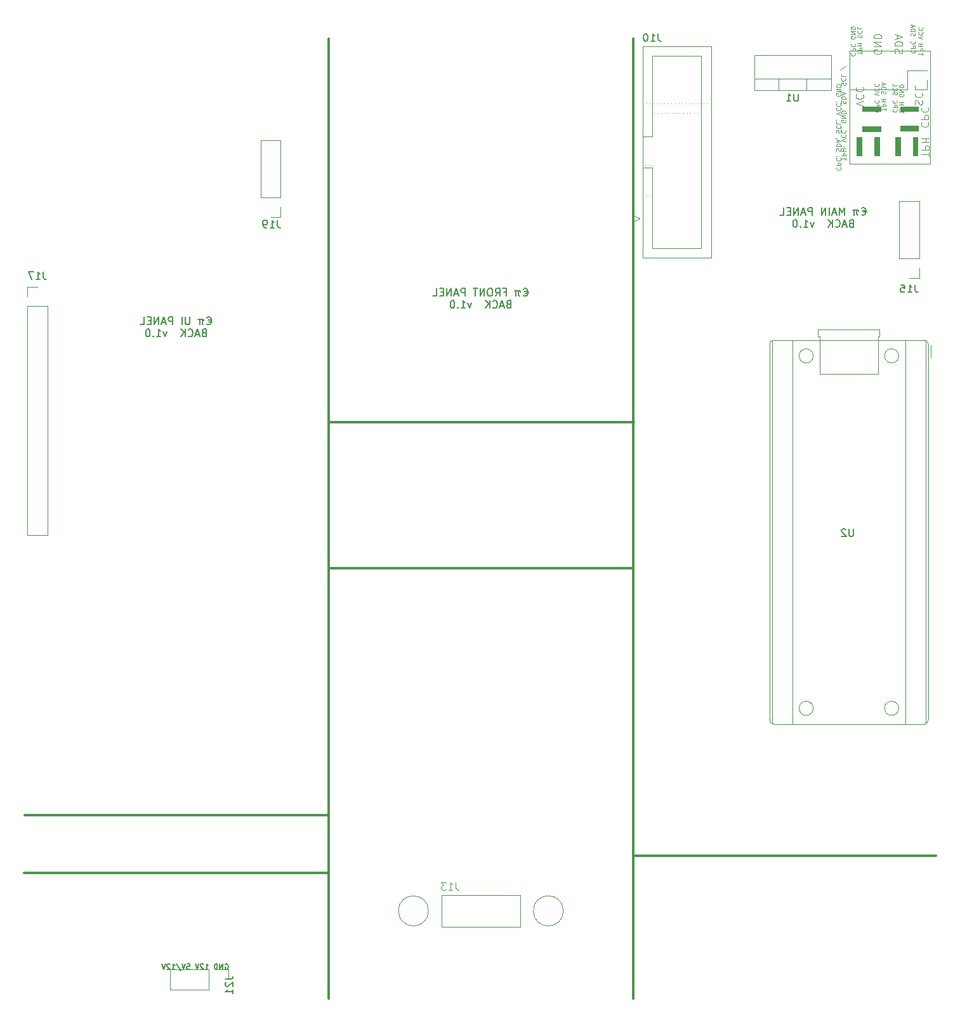
<source format=gbr>
%TF.GenerationSoftware,KiCad,Pcbnew,7.0.9*%
%TF.CreationDate,2023-11-30T21:38:13+01:00*%
%TF.ProjectId,euroPI-kicad_incl_555_clock,6575726f-5049-42d6-9b69-6361645f696e,rev?*%
%TF.SameCoordinates,Original*%
%TF.FileFunction,Legend,Bot*%
%TF.FilePolarity,Positive*%
%FSLAX46Y46*%
G04 Gerber Fmt 4.6, Leading zero omitted, Abs format (unit mm)*
G04 Created by KiCad (PCBNEW 7.0.9) date 2023-11-30 21:38:13*
%MOMM*%
%LPD*%
G01*
G04 APERTURE LIST*
%ADD10C,0.300000*%
%ADD11C,0.150000*%
%ADD12C,0.100000*%
%ADD13C,0.120000*%
G04 APERTURE END LIST*
D10*
X81280000Y-136915000D02*
X121716800Y-136915000D01*
X162560000Y-25665000D02*
X162560000Y-153670000D01*
X121920000Y-25665000D02*
X121920000Y-153670000D01*
X81381600Y-129179000D02*
X121818400Y-129179000D01*
X122110500Y-76835000D02*
X162623500Y-76835000D01*
X121920000Y-96266000D02*
X162433000Y-96266000D01*
X162560000Y-134620000D02*
X202996800Y-134620000D01*
D11*
X148620952Y-59600866D02*
X148192381Y-59600866D01*
X148620952Y-59362771D02*
X148049524Y-59362771D01*
X147906667Y-59886580D02*
X147954286Y-59934200D01*
X147954286Y-59934200D02*
X148097143Y-59981819D01*
X148097143Y-59981819D02*
X148192381Y-59981819D01*
X148192381Y-59981819D02*
X148335238Y-59934200D01*
X148335238Y-59934200D02*
X148430476Y-59838961D01*
X148430476Y-59838961D02*
X148478095Y-59743723D01*
X148478095Y-59743723D02*
X148525714Y-59553247D01*
X148525714Y-59553247D02*
X148525714Y-59410390D01*
X148525714Y-59410390D02*
X148478095Y-59219914D01*
X148478095Y-59219914D02*
X148430476Y-59124676D01*
X148430476Y-59124676D02*
X148335238Y-59029438D01*
X148335238Y-59029438D02*
X148192381Y-58981819D01*
X148192381Y-58981819D02*
X148097143Y-58981819D01*
X148097143Y-58981819D02*
X147954286Y-59029438D01*
X147954286Y-59029438D02*
X147906667Y-59077057D01*
X146954286Y-59315152D02*
X146954286Y-59981819D01*
X147287619Y-59315152D02*
X147287619Y-59838961D01*
X147287619Y-59838961D02*
X147335238Y-59934200D01*
X147335238Y-59934200D02*
X147430476Y-59981819D01*
X146763810Y-59315152D02*
X147382857Y-59315152D01*
X147382857Y-59315152D02*
X147478095Y-59362771D01*
X147478095Y-59362771D02*
X147525714Y-59458009D01*
X145287619Y-59458009D02*
X145620952Y-59458009D01*
X145620952Y-59981819D02*
X145620952Y-58981819D01*
X145620952Y-58981819D02*
X145144762Y-58981819D01*
X144192381Y-59981819D02*
X144525714Y-59505628D01*
X144763809Y-59981819D02*
X144763809Y-58981819D01*
X144763809Y-58981819D02*
X144382857Y-58981819D01*
X144382857Y-58981819D02*
X144287619Y-59029438D01*
X144287619Y-59029438D02*
X144240000Y-59077057D01*
X144240000Y-59077057D02*
X144192381Y-59172295D01*
X144192381Y-59172295D02*
X144192381Y-59315152D01*
X144192381Y-59315152D02*
X144240000Y-59410390D01*
X144240000Y-59410390D02*
X144287619Y-59458009D01*
X144287619Y-59458009D02*
X144382857Y-59505628D01*
X144382857Y-59505628D02*
X144763809Y-59505628D01*
X143573333Y-58981819D02*
X143382857Y-58981819D01*
X143382857Y-58981819D02*
X143287619Y-59029438D01*
X143287619Y-59029438D02*
X143192381Y-59124676D01*
X143192381Y-59124676D02*
X143144762Y-59315152D01*
X143144762Y-59315152D02*
X143144762Y-59648485D01*
X143144762Y-59648485D02*
X143192381Y-59838961D01*
X143192381Y-59838961D02*
X143287619Y-59934200D01*
X143287619Y-59934200D02*
X143382857Y-59981819D01*
X143382857Y-59981819D02*
X143573333Y-59981819D01*
X143573333Y-59981819D02*
X143668571Y-59934200D01*
X143668571Y-59934200D02*
X143763809Y-59838961D01*
X143763809Y-59838961D02*
X143811428Y-59648485D01*
X143811428Y-59648485D02*
X143811428Y-59315152D01*
X143811428Y-59315152D02*
X143763809Y-59124676D01*
X143763809Y-59124676D02*
X143668571Y-59029438D01*
X143668571Y-59029438D02*
X143573333Y-58981819D01*
X142716190Y-59981819D02*
X142716190Y-58981819D01*
X142716190Y-58981819D02*
X142144762Y-59981819D01*
X142144762Y-59981819D02*
X142144762Y-58981819D01*
X141811428Y-58981819D02*
X141240000Y-58981819D01*
X141525714Y-59981819D02*
X141525714Y-58981819D01*
X140144761Y-59981819D02*
X140144761Y-58981819D01*
X140144761Y-58981819D02*
X139763809Y-58981819D01*
X139763809Y-58981819D02*
X139668571Y-59029438D01*
X139668571Y-59029438D02*
X139620952Y-59077057D01*
X139620952Y-59077057D02*
X139573333Y-59172295D01*
X139573333Y-59172295D02*
X139573333Y-59315152D01*
X139573333Y-59315152D02*
X139620952Y-59410390D01*
X139620952Y-59410390D02*
X139668571Y-59458009D01*
X139668571Y-59458009D02*
X139763809Y-59505628D01*
X139763809Y-59505628D02*
X140144761Y-59505628D01*
X139192380Y-59696104D02*
X138716190Y-59696104D01*
X139287618Y-59981819D02*
X138954285Y-58981819D01*
X138954285Y-58981819D02*
X138620952Y-59981819D01*
X138287618Y-59981819D02*
X138287618Y-58981819D01*
X138287618Y-58981819D02*
X137716190Y-59981819D01*
X137716190Y-59981819D02*
X137716190Y-58981819D01*
X137239999Y-59458009D02*
X136906666Y-59458009D01*
X136763809Y-59981819D02*
X137239999Y-59981819D01*
X137239999Y-59981819D02*
X137239999Y-58981819D01*
X137239999Y-58981819D02*
X136763809Y-58981819D01*
X135859047Y-59981819D02*
X136335237Y-59981819D01*
X136335237Y-59981819D02*
X136335237Y-58981819D01*
X145930476Y-61068009D02*
X145787619Y-61115628D01*
X145787619Y-61115628D02*
X145740000Y-61163247D01*
X145740000Y-61163247D02*
X145692381Y-61258485D01*
X145692381Y-61258485D02*
X145692381Y-61401342D01*
X145692381Y-61401342D02*
X145740000Y-61496580D01*
X145740000Y-61496580D02*
X145787619Y-61544200D01*
X145787619Y-61544200D02*
X145882857Y-61591819D01*
X145882857Y-61591819D02*
X146263809Y-61591819D01*
X146263809Y-61591819D02*
X146263809Y-60591819D01*
X146263809Y-60591819D02*
X145930476Y-60591819D01*
X145930476Y-60591819D02*
X145835238Y-60639438D01*
X145835238Y-60639438D02*
X145787619Y-60687057D01*
X145787619Y-60687057D02*
X145740000Y-60782295D01*
X145740000Y-60782295D02*
X145740000Y-60877533D01*
X145740000Y-60877533D02*
X145787619Y-60972771D01*
X145787619Y-60972771D02*
X145835238Y-61020390D01*
X145835238Y-61020390D02*
X145930476Y-61068009D01*
X145930476Y-61068009D02*
X146263809Y-61068009D01*
X145311428Y-61306104D02*
X144835238Y-61306104D01*
X145406666Y-61591819D02*
X145073333Y-60591819D01*
X145073333Y-60591819D02*
X144740000Y-61591819D01*
X143835238Y-61496580D02*
X143882857Y-61544200D01*
X143882857Y-61544200D02*
X144025714Y-61591819D01*
X144025714Y-61591819D02*
X144120952Y-61591819D01*
X144120952Y-61591819D02*
X144263809Y-61544200D01*
X144263809Y-61544200D02*
X144359047Y-61448961D01*
X144359047Y-61448961D02*
X144406666Y-61353723D01*
X144406666Y-61353723D02*
X144454285Y-61163247D01*
X144454285Y-61163247D02*
X144454285Y-61020390D01*
X144454285Y-61020390D02*
X144406666Y-60829914D01*
X144406666Y-60829914D02*
X144359047Y-60734676D01*
X144359047Y-60734676D02*
X144263809Y-60639438D01*
X144263809Y-60639438D02*
X144120952Y-60591819D01*
X144120952Y-60591819D02*
X144025714Y-60591819D01*
X144025714Y-60591819D02*
X143882857Y-60639438D01*
X143882857Y-60639438D02*
X143835238Y-60687057D01*
X143406666Y-61591819D02*
X143406666Y-60591819D01*
X142835238Y-61591819D02*
X143263809Y-61020390D01*
X142835238Y-60591819D02*
X143406666Y-61163247D01*
X140978094Y-60925152D02*
X140739999Y-61591819D01*
X140739999Y-61591819D02*
X140501904Y-60925152D01*
X139597142Y-61591819D02*
X140168570Y-61591819D01*
X139882856Y-61591819D02*
X139882856Y-60591819D01*
X139882856Y-60591819D02*
X139978094Y-60734676D01*
X139978094Y-60734676D02*
X140073332Y-60829914D01*
X140073332Y-60829914D02*
X140168570Y-60877533D01*
X139168570Y-61496580D02*
X139120951Y-61544200D01*
X139120951Y-61544200D02*
X139168570Y-61591819D01*
X139168570Y-61591819D02*
X139216189Y-61544200D01*
X139216189Y-61544200D02*
X139168570Y-61496580D01*
X139168570Y-61496580D02*
X139168570Y-61591819D01*
X138501904Y-60591819D02*
X138406666Y-60591819D01*
X138406666Y-60591819D02*
X138311428Y-60639438D01*
X138311428Y-60639438D02*
X138263809Y-60687057D01*
X138263809Y-60687057D02*
X138216190Y-60782295D01*
X138216190Y-60782295D02*
X138168571Y-60972771D01*
X138168571Y-60972771D02*
X138168571Y-61210866D01*
X138168571Y-61210866D02*
X138216190Y-61401342D01*
X138216190Y-61401342D02*
X138263809Y-61496580D01*
X138263809Y-61496580D02*
X138311428Y-61544200D01*
X138311428Y-61544200D02*
X138406666Y-61591819D01*
X138406666Y-61591819D02*
X138501904Y-61591819D01*
X138501904Y-61591819D02*
X138597142Y-61544200D01*
X138597142Y-61544200D02*
X138644761Y-61496580D01*
X138644761Y-61496580D02*
X138692380Y-61401342D01*
X138692380Y-61401342D02*
X138739999Y-61210866D01*
X138739999Y-61210866D02*
X138739999Y-60972771D01*
X138739999Y-60972771D02*
X138692380Y-60782295D01*
X138692380Y-60782295D02*
X138644761Y-60687057D01*
X138644761Y-60687057D02*
X138597142Y-60639438D01*
X138597142Y-60639438D02*
X138501904Y-60591819D01*
X108139999Y-149099866D02*
X108206666Y-149066533D01*
X108206666Y-149066533D02*
X108306666Y-149066533D01*
X108306666Y-149066533D02*
X108406666Y-149099866D01*
X108406666Y-149099866D02*
X108473333Y-149166533D01*
X108473333Y-149166533D02*
X108506666Y-149233200D01*
X108506666Y-149233200D02*
X108539999Y-149366533D01*
X108539999Y-149366533D02*
X108539999Y-149466533D01*
X108539999Y-149466533D02*
X108506666Y-149599866D01*
X108506666Y-149599866D02*
X108473333Y-149666533D01*
X108473333Y-149666533D02*
X108406666Y-149733200D01*
X108406666Y-149733200D02*
X108306666Y-149766533D01*
X108306666Y-149766533D02*
X108239999Y-149766533D01*
X108239999Y-149766533D02*
X108139999Y-149733200D01*
X108139999Y-149733200D02*
X108106666Y-149699866D01*
X108106666Y-149699866D02*
X108106666Y-149466533D01*
X108106666Y-149466533D02*
X108239999Y-149466533D01*
X107806666Y-149766533D02*
X107806666Y-149066533D01*
X107806666Y-149066533D02*
X107406666Y-149766533D01*
X107406666Y-149766533D02*
X107406666Y-149066533D01*
X107073333Y-149766533D02*
X107073333Y-149066533D01*
X107073333Y-149066533D02*
X106906666Y-149066533D01*
X106906666Y-149066533D02*
X106806666Y-149099866D01*
X106806666Y-149099866D02*
X106740000Y-149166533D01*
X106740000Y-149166533D02*
X106706666Y-149233200D01*
X106706666Y-149233200D02*
X106673333Y-149366533D01*
X106673333Y-149366533D02*
X106673333Y-149466533D01*
X106673333Y-149466533D02*
X106706666Y-149599866D01*
X106706666Y-149599866D02*
X106740000Y-149666533D01*
X106740000Y-149666533D02*
X106806666Y-149733200D01*
X106806666Y-149733200D02*
X106906666Y-149766533D01*
X106906666Y-149766533D02*
X107073333Y-149766533D01*
X105473333Y-149766533D02*
X105873333Y-149766533D01*
X105673333Y-149766533D02*
X105673333Y-149066533D01*
X105673333Y-149066533D02*
X105740000Y-149166533D01*
X105740000Y-149166533D02*
X105806667Y-149233200D01*
X105806667Y-149233200D02*
X105873333Y-149266533D01*
X105206666Y-149133200D02*
X105173333Y-149099866D01*
X105173333Y-149099866D02*
X105106666Y-149066533D01*
X105106666Y-149066533D02*
X104940000Y-149066533D01*
X104940000Y-149066533D02*
X104873333Y-149099866D01*
X104873333Y-149099866D02*
X104840000Y-149133200D01*
X104840000Y-149133200D02*
X104806666Y-149199866D01*
X104806666Y-149199866D02*
X104806666Y-149266533D01*
X104806666Y-149266533D02*
X104840000Y-149366533D01*
X104840000Y-149366533D02*
X105240000Y-149766533D01*
X105240000Y-149766533D02*
X104806666Y-149766533D01*
X104606666Y-149066533D02*
X104373333Y-149766533D01*
X104373333Y-149766533D02*
X104139999Y-149066533D01*
X103040000Y-149066533D02*
X103373333Y-149066533D01*
X103373333Y-149066533D02*
X103406666Y-149399866D01*
X103406666Y-149399866D02*
X103373333Y-149366533D01*
X103373333Y-149366533D02*
X103306666Y-149333200D01*
X103306666Y-149333200D02*
X103140000Y-149333200D01*
X103140000Y-149333200D02*
X103073333Y-149366533D01*
X103073333Y-149366533D02*
X103040000Y-149399866D01*
X103040000Y-149399866D02*
X103006666Y-149466533D01*
X103006666Y-149466533D02*
X103006666Y-149633200D01*
X103006666Y-149633200D02*
X103040000Y-149699866D01*
X103040000Y-149699866D02*
X103073333Y-149733200D01*
X103073333Y-149733200D02*
X103140000Y-149766533D01*
X103140000Y-149766533D02*
X103306666Y-149766533D01*
X103306666Y-149766533D02*
X103373333Y-149733200D01*
X103373333Y-149733200D02*
X103406666Y-149699866D01*
X102806666Y-149066533D02*
X102573333Y-149766533D01*
X102573333Y-149766533D02*
X102339999Y-149066533D01*
X101606666Y-149033200D02*
X102206666Y-149933200D01*
X101006666Y-149766533D02*
X101406666Y-149766533D01*
X101206666Y-149766533D02*
X101206666Y-149066533D01*
X101206666Y-149066533D02*
X101273333Y-149166533D01*
X101273333Y-149166533D02*
X101340000Y-149233200D01*
X101340000Y-149233200D02*
X101406666Y-149266533D01*
X100739999Y-149133200D02*
X100706666Y-149099866D01*
X100706666Y-149099866D02*
X100639999Y-149066533D01*
X100639999Y-149066533D02*
X100473333Y-149066533D01*
X100473333Y-149066533D02*
X100406666Y-149099866D01*
X100406666Y-149099866D02*
X100373333Y-149133200D01*
X100373333Y-149133200D02*
X100339999Y-149199866D01*
X100339999Y-149199866D02*
X100339999Y-149266533D01*
X100339999Y-149266533D02*
X100373333Y-149366533D01*
X100373333Y-149366533D02*
X100773333Y-149766533D01*
X100773333Y-149766533D02*
X100339999Y-149766533D01*
X100139999Y-149066533D02*
X99906666Y-149766533D01*
X99906666Y-149766533D02*
X99673332Y-149066533D01*
X106385713Y-63410866D02*
X105957142Y-63410866D01*
X106385713Y-63172771D02*
X105814285Y-63172771D01*
X105671428Y-63696580D02*
X105719047Y-63744200D01*
X105719047Y-63744200D02*
X105861904Y-63791819D01*
X105861904Y-63791819D02*
X105957142Y-63791819D01*
X105957142Y-63791819D02*
X106099999Y-63744200D01*
X106099999Y-63744200D02*
X106195237Y-63648961D01*
X106195237Y-63648961D02*
X106242856Y-63553723D01*
X106242856Y-63553723D02*
X106290475Y-63363247D01*
X106290475Y-63363247D02*
X106290475Y-63220390D01*
X106290475Y-63220390D02*
X106242856Y-63029914D01*
X106242856Y-63029914D02*
X106195237Y-62934676D01*
X106195237Y-62934676D02*
X106099999Y-62839438D01*
X106099999Y-62839438D02*
X105957142Y-62791819D01*
X105957142Y-62791819D02*
X105861904Y-62791819D01*
X105861904Y-62791819D02*
X105719047Y-62839438D01*
X105719047Y-62839438D02*
X105671428Y-62887057D01*
X104719047Y-63125152D02*
X104719047Y-63791819D01*
X105052380Y-63125152D02*
X105052380Y-63648961D01*
X105052380Y-63648961D02*
X105099999Y-63744200D01*
X105099999Y-63744200D02*
X105195237Y-63791819D01*
X104528571Y-63125152D02*
X105147618Y-63125152D01*
X105147618Y-63125152D02*
X105242856Y-63172771D01*
X105242856Y-63172771D02*
X105290475Y-63268009D01*
X103385713Y-62791819D02*
X103385713Y-63601342D01*
X103385713Y-63601342D02*
X103338094Y-63696580D01*
X103338094Y-63696580D02*
X103290475Y-63744200D01*
X103290475Y-63744200D02*
X103195237Y-63791819D01*
X103195237Y-63791819D02*
X103004761Y-63791819D01*
X103004761Y-63791819D02*
X102909523Y-63744200D01*
X102909523Y-63744200D02*
X102861904Y-63696580D01*
X102861904Y-63696580D02*
X102814285Y-63601342D01*
X102814285Y-63601342D02*
X102814285Y-62791819D01*
X102338094Y-63791819D02*
X102338094Y-62791819D01*
X101099999Y-63791819D02*
X101099999Y-62791819D01*
X101099999Y-62791819D02*
X100719047Y-62791819D01*
X100719047Y-62791819D02*
X100623809Y-62839438D01*
X100623809Y-62839438D02*
X100576190Y-62887057D01*
X100576190Y-62887057D02*
X100528571Y-62982295D01*
X100528571Y-62982295D02*
X100528571Y-63125152D01*
X100528571Y-63125152D02*
X100576190Y-63220390D01*
X100576190Y-63220390D02*
X100623809Y-63268009D01*
X100623809Y-63268009D02*
X100719047Y-63315628D01*
X100719047Y-63315628D02*
X101099999Y-63315628D01*
X100147618Y-63506104D02*
X99671428Y-63506104D01*
X100242856Y-63791819D02*
X99909523Y-62791819D01*
X99909523Y-62791819D02*
X99576190Y-63791819D01*
X99242856Y-63791819D02*
X99242856Y-62791819D01*
X99242856Y-62791819D02*
X98671428Y-63791819D01*
X98671428Y-63791819D02*
X98671428Y-62791819D01*
X98195237Y-63268009D02*
X97861904Y-63268009D01*
X97719047Y-63791819D02*
X98195237Y-63791819D01*
X98195237Y-63791819D02*
X98195237Y-62791819D01*
X98195237Y-62791819D02*
X97719047Y-62791819D01*
X96814285Y-63791819D02*
X97290475Y-63791819D01*
X97290475Y-63791819D02*
X97290475Y-62791819D01*
X105290476Y-64878009D02*
X105147619Y-64925628D01*
X105147619Y-64925628D02*
X105100000Y-64973247D01*
X105100000Y-64973247D02*
X105052381Y-65068485D01*
X105052381Y-65068485D02*
X105052381Y-65211342D01*
X105052381Y-65211342D02*
X105100000Y-65306580D01*
X105100000Y-65306580D02*
X105147619Y-65354200D01*
X105147619Y-65354200D02*
X105242857Y-65401819D01*
X105242857Y-65401819D02*
X105623809Y-65401819D01*
X105623809Y-65401819D02*
X105623809Y-64401819D01*
X105623809Y-64401819D02*
X105290476Y-64401819D01*
X105290476Y-64401819D02*
X105195238Y-64449438D01*
X105195238Y-64449438D02*
X105147619Y-64497057D01*
X105147619Y-64497057D02*
X105100000Y-64592295D01*
X105100000Y-64592295D02*
X105100000Y-64687533D01*
X105100000Y-64687533D02*
X105147619Y-64782771D01*
X105147619Y-64782771D02*
X105195238Y-64830390D01*
X105195238Y-64830390D02*
X105290476Y-64878009D01*
X105290476Y-64878009D02*
X105623809Y-64878009D01*
X104671428Y-65116104D02*
X104195238Y-65116104D01*
X104766666Y-65401819D02*
X104433333Y-64401819D01*
X104433333Y-64401819D02*
X104100000Y-65401819D01*
X103195238Y-65306580D02*
X103242857Y-65354200D01*
X103242857Y-65354200D02*
X103385714Y-65401819D01*
X103385714Y-65401819D02*
X103480952Y-65401819D01*
X103480952Y-65401819D02*
X103623809Y-65354200D01*
X103623809Y-65354200D02*
X103719047Y-65258961D01*
X103719047Y-65258961D02*
X103766666Y-65163723D01*
X103766666Y-65163723D02*
X103814285Y-64973247D01*
X103814285Y-64973247D02*
X103814285Y-64830390D01*
X103814285Y-64830390D02*
X103766666Y-64639914D01*
X103766666Y-64639914D02*
X103719047Y-64544676D01*
X103719047Y-64544676D02*
X103623809Y-64449438D01*
X103623809Y-64449438D02*
X103480952Y-64401819D01*
X103480952Y-64401819D02*
X103385714Y-64401819D01*
X103385714Y-64401819D02*
X103242857Y-64449438D01*
X103242857Y-64449438D02*
X103195238Y-64497057D01*
X102766666Y-65401819D02*
X102766666Y-64401819D01*
X102195238Y-65401819D02*
X102623809Y-64830390D01*
X102195238Y-64401819D02*
X102766666Y-64973247D01*
X100338094Y-64735152D02*
X100099999Y-65401819D01*
X100099999Y-65401819D02*
X99861904Y-64735152D01*
X98957142Y-65401819D02*
X99528570Y-65401819D01*
X99242856Y-65401819D02*
X99242856Y-64401819D01*
X99242856Y-64401819D02*
X99338094Y-64544676D01*
X99338094Y-64544676D02*
X99433332Y-64639914D01*
X99433332Y-64639914D02*
X99528570Y-64687533D01*
X98528570Y-65306580D02*
X98480951Y-65354200D01*
X98480951Y-65354200D02*
X98528570Y-65401819D01*
X98528570Y-65401819D02*
X98576189Y-65354200D01*
X98576189Y-65354200D02*
X98528570Y-65306580D01*
X98528570Y-65306580D02*
X98528570Y-65401819D01*
X97861904Y-64401819D02*
X97766666Y-64401819D01*
X97766666Y-64401819D02*
X97671428Y-64449438D01*
X97671428Y-64449438D02*
X97623809Y-64497057D01*
X97623809Y-64497057D02*
X97576190Y-64592295D01*
X97576190Y-64592295D02*
X97528571Y-64782771D01*
X97528571Y-64782771D02*
X97528571Y-65020866D01*
X97528571Y-65020866D02*
X97576190Y-65211342D01*
X97576190Y-65211342D02*
X97623809Y-65306580D01*
X97623809Y-65306580D02*
X97671428Y-65354200D01*
X97671428Y-65354200D02*
X97766666Y-65401819D01*
X97766666Y-65401819D02*
X97861904Y-65401819D01*
X97861904Y-65401819D02*
X97957142Y-65354200D01*
X97957142Y-65354200D02*
X98004761Y-65306580D01*
X98004761Y-65306580D02*
X98052380Y-65211342D01*
X98052380Y-65211342D02*
X98099999Y-65020866D01*
X98099999Y-65020866D02*
X98099999Y-64782771D01*
X98099999Y-64782771D02*
X98052380Y-64592295D01*
X98052380Y-64592295D02*
X98004761Y-64497057D01*
X98004761Y-64497057D02*
X97957142Y-64449438D01*
X97957142Y-64449438D02*
X97861904Y-64401819D01*
X193745713Y-48814866D02*
X193317142Y-48814866D01*
X193745713Y-48576771D02*
X193174285Y-48576771D01*
X193031428Y-49100580D02*
X193079047Y-49148200D01*
X193079047Y-49148200D02*
X193221904Y-49195819D01*
X193221904Y-49195819D02*
X193317142Y-49195819D01*
X193317142Y-49195819D02*
X193459999Y-49148200D01*
X193459999Y-49148200D02*
X193555237Y-49052961D01*
X193555237Y-49052961D02*
X193602856Y-48957723D01*
X193602856Y-48957723D02*
X193650475Y-48767247D01*
X193650475Y-48767247D02*
X193650475Y-48624390D01*
X193650475Y-48624390D02*
X193602856Y-48433914D01*
X193602856Y-48433914D02*
X193555237Y-48338676D01*
X193555237Y-48338676D02*
X193459999Y-48243438D01*
X193459999Y-48243438D02*
X193317142Y-48195819D01*
X193317142Y-48195819D02*
X193221904Y-48195819D01*
X193221904Y-48195819D02*
X193079047Y-48243438D01*
X193079047Y-48243438D02*
X193031428Y-48291057D01*
X192079047Y-48529152D02*
X192079047Y-49195819D01*
X192412380Y-48529152D02*
X192412380Y-49052961D01*
X192412380Y-49052961D02*
X192459999Y-49148200D01*
X192459999Y-49148200D02*
X192555237Y-49195819D01*
X191888571Y-48529152D02*
X192507618Y-48529152D01*
X192507618Y-48529152D02*
X192602856Y-48576771D01*
X192602856Y-48576771D02*
X192650475Y-48672009D01*
X190745713Y-49195819D02*
X190745713Y-48195819D01*
X190745713Y-48195819D02*
X190412380Y-48910104D01*
X190412380Y-48910104D02*
X190079047Y-48195819D01*
X190079047Y-48195819D02*
X190079047Y-49195819D01*
X189650475Y-48910104D02*
X189174285Y-48910104D01*
X189745713Y-49195819D02*
X189412380Y-48195819D01*
X189412380Y-48195819D02*
X189079047Y-49195819D01*
X188745713Y-49195819D02*
X188745713Y-48195819D01*
X188269523Y-49195819D02*
X188269523Y-48195819D01*
X188269523Y-48195819D02*
X187698095Y-49195819D01*
X187698095Y-49195819D02*
X187698095Y-48195819D01*
X186459999Y-49195819D02*
X186459999Y-48195819D01*
X186459999Y-48195819D02*
X186079047Y-48195819D01*
X186079047Y-48195819D02*
X185983809Y-48243438D01*
X185983809Y-48243438D02*
X185936190Y-48291057D01*
X185936190Y-48291057D02*
X185888571Y-48386295D01*
X185888571Y-48386295D02*
X185888571Y-48529152D01*
X185888571Y-48529152D02*
X185936190Y-48624390D01*
X185936190Y-48624390D02*
X185983809Y-48672009D01*
X185983809Y-48672009D02*
X186079047Y-48719628D01*
X186079047Y-48719628D02*
X186459999Y-48719628D01*
X185507618Y-48910104D02*
X185031428Y-48910104D01*
X185602856Y-49195819D02*
X185269523Y-48195819D01*
X185269523Y-48195819D02*
X184936190Y-49195819D01*
X184602856Y-49195819D02*
X184602856Y-48195819D01*
X184602856Y-48195819D02*
X184031428Y-49195819D01*
X184031428Y-49195819D02*
X184031428Y-48195819D01*
X183555237Y-48672009D02*
X183221904Y-48672009D01*
X183079047Y-49195819D02*
X183555237Y-49195819D01*
X183555237Y-49195819D02*
X183555237Y-48195819D01*
X183555237Y-48195819D02*
X183079047Y-48195819D01*
X182174285Y-49195819D02*
X182650475Y-49195819D01*
X182650475Y-49195819D02*
X182650475Y-48195819D01*
X191650476Y-50282009D02*
X191507619Y-50329628D01*
X191507619Y-50329628D02*
X191460000Y-50377247D01*
X191460000Y-50377247D02*
X191412381Y-50472485D01*
X191412381Y-50472485D02*
X191412381Y-50615342D01*
X191412381Y-50615342D02*
X191460000Y-50710580D01*
X191460000Y-50710580D02*
X191507619Y-50758200D01*
X191507619Y-50758200D02*
X191602857Y-50805819D01*
X191602857Y-50805819D02*
X191983809Y-50805819D01*
X191983809Y-50805819D02*
X191983809Y-49805819D01*
X191983809Y-49805819D02*
X191650476Y-49805819D01*
X191650476Y-49805819D02*
X191555238Y-49853438D01*
X191555238Y-49853438D02*
X191507619Y-49901057D01*
X191507619Y-49901057D02*
X191460000Y-49996295D01*
X191460000Y-49996295D02*
X191460000Y-50091533D01*
X191460000Y-50091533D02*
X191507619Y-50186771D01*
X191507619Y-50186771D02*
X191555238Y-50234390D01*
X191555238Y-50234390D02*
X191650476Y-50282009D01*
X191650476Y-50282009D02*
X191983809Y-50282009D01*
X191031428Y-50520104D02*
X190555238Y-50520104D01*
X191126666Y-50805819D02*
X190793333Y-49805819D01*
X190793333Y-49805819D02*
X190460000Y-50805819D01*
X189555238Y-50710580D02*
X189602857Y-50758200D01*
X189602857Y-50758200D02*
X189745714Y-50805819D01*
X189745714Y-50805819D02*
X189840952Y-50805819D01*
X189840952Y-50805819D02*
X189983809Y-50758200D01*
X189983809Y-50758200D02*
X190079047Y-50662961D01*
X190079047Y-50662961D02*
X190126666Y-50567723D01*
X190126666Y-50567723D02*
X190174285Y-50377247D01*
X190174285Y-50377247D02*
X190174285Y-50234390D01*
X190174285Y-50234390D02*
X190126666Y-50043914D01*
X190126666Y-50043914D02*
X190079047Y-49948676D01*
X190079047Y-49948676D02*
X189983809Y-49853438D01*
X189983809Y-49853438D02*
X189840952Y-49805819D01*
X189840952Y-49805819D02*
X189745714Y-49805819D01*
X189745714Y-49805819D02*
X189602857Y-49853438D01*
X189602857Y-49853438D02*
X189555238Y-49901057D01*
X189126666Y-50805819D02*
X189126666Y-49805819D01*
X188555238Y-50805819D02*
X188983809Y-50234390D01*
X188555238Y-49805819D02*
X189126666Y-50377247D01*
X186698094Y-50139152D02*
X186459999Y-50805819D01*
X186459999Y-50805819D02*
X186221904Y-50139152D01*
X185317142Y-50805819D02*
X185888570Y-50805819D01*
X185602856Y-50805819D02*
X185602856Y-49805819D01*
X185602856Y-49805819D02*
X185698094Y-49948676D01*
X185698094Y-49948676D02*
X185793332Y-50043914D01*
X185793332Y-50043914D02*
X185888570Y-50091533D01*
X184888570Y-50710580D02*
X184840951Y-50758200D01*
X184840951Y-50758200D02*
X184888570Y-50805819D01*
X184888570Y-50805819D02*
X184936189Y-50758200D01*
X184936189Y-50758200D02*
X184888570Y-50710580D01*
X184888570Y-50710580D02*
X184888570Y-50805819D01*
X184221904Y-49805819D02*
X184126666Y-49805819D01*
X184126666Y-49805819D02*
X184031428Y-49853438D01*
X184031428Y-49853438D02*
X183983809Y-49901057D01*
X183983809Y-49901057D02*
X183936190Y-49996295D01*
X183936190Y-49996295D02*
X183888571Y-50186771D01*
X183888571Y-50186771D02*
X183888571Y-50424866D01*
X183888571Y-50424866D02*
X183936190Y-50615342D01*
X183936190Y-50615342D02*
X183983809Y-50710580D01*
X183983809Y-50710580D02*
X184031428Y-50758200D01*
X184031428Y-50758200D02*
X184126666Y-50805819D01*
X184126666Y-50805819D02*
X184221904Y-50805819D01*
X184221904Y-50805819D02*
X184317142Y-50758200D01*
X184317142Y-50758200D02*
X184364761Y-50710580D01*
X184364761Y-50710580D02*
X184412380Y-50615342D01*
X184412380Y-50615342D02*
X184459999Y-50424866D01*
X184459999Y-50424866D02*
X184459999Y-50186771D01*
X184459999Y-50186771D02*
X184412380Y-49996295D01*
X184412380Y-49996295D02*
X184364761Y-49901057D01*
X184364761Y-49901057D02*
X184317142Y-49853438D01*
X184317142Y-49853438D02*
X184221904Y-49805819D01*
D12*
X138909323Y-138189719D02*
X138909323Y-138904004D01*
X138909323Y-138904004D02*
X138956942Y-139046861D01*
X138956942Y-139046861D02*
X139052180Y-139142100D01*
X139052180Y-139142100D02*
X139195037Y-139189719D01*
X139195037Y-139189719D02*
X139290275Y-139189719D01*
X137909323Y-139189719D02*
X138480751Y-139189719D01*
X138195037Y-139189719D02*
X138195037Y-138189719D01*
X138195037Y-138189719D02*
X138290275Y-138332576D01*
X138290275Y-138332576D02*
X138385513Y-138427814D01*
X138385513Y-138427814D02*
X138480751Y-138475433D01*
X137575989Y-138189719D02*
X136956942Y-138189719D01*
X136956942Y-138189719D02*
X137290275Y-138570671D01*
X137290275Y-138570671D02*
X137147418Y-138570671D01*
X137147418Y-138570671D02*
X137052180Y-138618290D01*
X137052180Y-138618290D02*
X137004561Y-138665909D01*
X137004561Y-138665909D02*
X136956942Y-138761147D01*
X136956942Y-138761147D02*
X136956942Y-138999242D01*
X136956942Y-138999242D02*
X137004561Y-139094480D01*
X137004561Y-139094480D02*
X137052180Y-139142100D01*
X137052180Y-139142100D02*
X137147418Y-139189719D01*
X137147418Y-139189719D02*
X137433132Y-139189719D01*
X137433132Y-139189719D02*
X137528370Y-139142100D01*
X137528370Y-139142100D02*
X137575989Y-139094480D01*
X190924628Y-41821468D02*
X190924628Y-41478611D01*
X190324628Y-41650039D02*
X190924628Y-41650039D01*
X190324628Y-41278610D02*
X190924628Y-41278610D01*
X190924628Y-41278610D02*
X190924628Y-41050039D01*
X190924628Y-41050039D02*
X190896057Y-40992896D01*
X190896057Y-40992896D02*
X190867485Y-40964325D01*
X190867485Y-40964325D02*
X190810342Y-40935753D01*
X190810342Y-40935753D02*
X190724628Y-40935753D01*
X190724628Y-40935753D02*
X190667485Y-40964325D01*
X190667485Y-40964325D02*
X190638914Y-40992896D01*
X190638914Y-40992896D02*
X190610342Y-41050039D01*
X190610342Y-41050039D02*
X190610342Y-41278610D01*
X190324628Y-40678610D02*
X190924628Y-40678610D01*
X190638914Y-40678610D02*
X190638914Y-40335753D01*
X190324628Y-40335753D02*
X190924628Y-40335753D01*
X190381771Y-40050039D02*
X190353200Y-40021468D01*
X190353200Y-40021468D02*
X190324628Y-40050039D01*
X190324628Y-40050039D02*
X190353200Y-40078611D01*
X190353200Y-40078611D02*
X190381771Y-40050039D01*
X190381771Y-40050039D02*
X190324628Y-40050039D01*
X190696057Y-40050039D02*
X190667485Y-40021468D01*
X190667485Y-40021468D02*
X190638914Y-40050039D01*
X190638914Y-40050039D02*
X190667485Y-40078611D01*
X190667485Y-40078611D02*
X190696057Y-40050039D01*
X190696057Y-40050039D02*
X190638914Y-40050039D01*
X190924628Y-39392897D02*
X190324628Y-39192897D01*
X190324628Y-39192897D02*
X190924628Y-38992897D01*
X190381771Y-38450039D02*
X190353200Y-38478611D01*
X190353200Y-38478611D02*
X190324628Y-38564325D01*
X190324628Y-38564325D02*
X190324628Y-38621468D01*
X190324628Y-38621468D02*
X190353200Y-38707182D01*
X190353200Y-38707182D02*
X190410342Y-38764325D01*
X190410342Y-38764325D02*
X190467485Y-38792896D01*
X190467485Y-38792896D02*
X190581771Y-38821468D01*
X190581771Y-38821468D02*
X190667485Y-38821468D01*
X190667485Y-38821468D02*
X190781771Y-38792896D01*
X190781771Y-38792896D02*
X190838914Y-38764325D01*
X190838914Y-38764325D02*
X190896057Y-38707182D01*
X190896057Y-38707182D02*
X190924628Y-38621468D01*
X190924628Y-38621468D02*
X190924628Y-38564325D01*
X190924628Y-38564325D02*
X190896057Y-38478611D01*
X190896057Y-38478611D02*
X190867485Y-38450039D01*
X190381771Y-37850039D02*
X190353200Y-37878611D01*
X190353200Y-37878611D02*
X190324628Y-37964325D01*
X190324628Y-37964325D02*
X190324628Y-38021468D01*
X190324628Y-38021468D02*
X190353200Y-38107182D01*
X190353200Y-38107182D02*
X190410342Y-38164325D01*
X190410342Y-38164325D02*
X190467485Y-38192896D01*
X190467485Y-38192896D02*
X190581771Y-38221468D01*
X190581771Y-38221468D02*
X190667485Y-38221468D01*
X190667485Y-38221468D02*
X190781771Y-38192896D01*
X190781771Y-38192896D02*
X190838914Y-38164325D01*
X190838914Y-38164325D02*
X190896057Y-38107182D01*
X190896057Y-38107182D02*
X190924628Y-38021468D01*
X190924628Y-38021468D02*
X190924628Y-37964325D01*
X190924628Y-37964325D02*
X190896057Y-37878611D01*
X190896057Y-37878611D02*
X190867485Y-37850039D01*
X190353200Y-37564325D02*
X190324628Y-37564325D01*
X190324628Y-37564325D02*
X190267485Y-37592896D01*
X190267485Y-37592896D02*
X190238914Y-37621468D01*
X190896057Y-36535754D02*
X190924628Y-36592897D01*
X190924628Y-36592897D02*
X190924628Y-36678611D01*
X190924628Y-36678611D02*
X190896057Y-36764325D01*
X190896057Y-36764325D02*
X190838914Y-36821468D01*
X190838914Y-36821468D02*
X190781771Y-36850039D01*
X190781771Y-36850039D02*
X190667485Y-36878611D01*
X190667485Y-36878611D02*
X190581771Y-36878611D01*
X190581771Y-36878611D02*
X190467485Y-36850039D01*
X190467485Y-36850039D02*
X190410342Y-36821468D01*
X190410342Y-36821468D02*
X190353200Y-36764325D01*
X190353200Y-36764325D02*
X190324628Y-36678611D01*
X190324628Y-36678611D02*
X190324628Y-36621468D01*
X190324628Y-36621468D02*
X190353200Y-36535754D01*
X190353200Y-36535754D02*
X190381771Y-36507182D01*
X190381771Y-36507182D02*
X190581771Y-36507182D01*
X190581771Y-36507182D02*
X190581771Y-36621468D01*
X190324628Y-36250039D02*
X190924628Y-36250039D01*
X190924628Y-36250039D02*
X190324628Y-35907182D01*
X190324628Y-35907182D02*
X190924628Y-35907182D01*
X190324628Y-35621468D02*
X190924628Y-35621468D01*
X190924628Y-35621468D02*
X190924628Y-35478611D01*
X190924628Y-35478611D02*
X190896057Y-35392897D01*
X190896057Y-35392897D02*
X190838914Y-35335754D01*
X190838914Y-35335754D02*
X190781771Y-35307183D01*
X190781771Y-35307183D02*
X190667485Y-35278611D01*
X190667485Y-35278611D02*
X190581771Y-35278611D01*
X190581771Y-35278611D02*
X190467485Y-35307183D01*
X190467485Y-35307183D02*
X190410342Y-35335754D01*
X190410342Y-35335754D02*
X190353200Y-35392897D01*
X190353200Y-35392897D02*
X190324628Y-35478611D01*
X190324628Y-35478611D02*
X190324628Y-35621468D01*
X190353200Y-34992897D02*
X190324628Y-34992897D01*
X190324628Y-34992897D02*
X190267485Y-35021468D01*
X190267485Y-35021468D02*
X190238914Y-35050040D01*
X190353200Y-34307183D02*
X190324628Y-34221469D01*
X190324628Y-34221469D02*
X190324628Y-34078611D01*
X190324628Y-34078611D02*
X190353200Y-34021469D01*
X190353200Y-34021469D02*
X190381771Y-33992897D01*
X190381771Y-33992897D02*
X190438914Y-33964326D01*
X190438914Y-33964326D02*
X190496057Y-33964326D01*
X190496057Y-33964326D02*
X190553200Y-33992897D01*
X190553200Y-33992897D02*
X190581771Y-34021469D01*
X190581771Y-34021469D02*
X190610342Y-34078611D01*
X190610342Y-34078611D02*
X190638914Y-34192897D01*
X190638914Y-34192897D02*
X190667485Y-34250040D01*
X190667485Y-34250040D02*
X190696057Y-34278611D01*
X190696057Y-34278611D02*
X190753200Y-34307183D01*
X190753200Y-34307183D02*
X190810342Y-34307183D01*
X190810342Y-34307183D02*
X190867485Y-34278611D01*
X190867485Y-34278611D02*
X190896057Y-34250040D01*
X190896057Y-34250040D02*
X190924628Y-34192897D01*
X190924628Y-34192897D02*
X190924628Y-34050040D01*
X190924628Y-34050040D02*
X190896057Y-33964326D01*
X190324628Y-33707182D02*
X190924628Y-33707182D01*
X190924628Y-33707182D02*
X190924628Y-33564325D01*
X190924628Y-33564325D02*
X190896057Y-33478611D01*
X190896057Y-33478611D02*
X190838914Y-33421468D01*
X190838914Y-33421468D02*
X190781771Y-33392897D01*
X190781771Y-33392897D02*
X190667485Y-33364325D01*
X190667485Y-33364325D02*
X190581771Y-33364325D01*
X190581771Y-33364325D02*
X190467485Y-33392897D01*
X190467485Y-33392897D02*
X190410342Y-33421468D01*
X190410342Y-33421468D02*
X190353200Y-33478611D01*
X190353200Y-33478611D02*
X190324628Y-33564325D01*
X190324628Y-33564325D02*
X190324628Y-33707182D01*
X190496057Y-33135754D02*
X190496057Y-32850040D01*
X190324628Y-33192897D02*
X190924628Y-32992897D01*
X190924628Y-32992897D02*
X190324628Y-32792897D01*
X190353200Y-32564325D02*
X190324628Y-32564325D01*
X190324628Y-32564325D02*
X190267485Y-32592896D01*
X190267485Y-32592896D02*
X190238914Y-32621468D01*
X190353200Y-31878611D02*
X190324628Y-31792897D01*
X190324628Y-31792897D02*
X190324628Y-31650039D01*
X190324628Y-31650039D02*
X190353200Y-31592897D01*
X190353200Y-31592897D02*
X190381771Y-31564325D01*
X190381771Y-31564325D02*
X190438914Y-31535754D01*
X190438914Y-31535754D02*
X190496057Y-31535754D01*
X190496057Y-31535754D02*
X190553200Y-31564325D01*
X190553200Y-31564325D02*
X190581771Y-31592897D01*
X190581771Y-31592897D02*
X190610342Y-31650039D01*
X190610342Y-31650039D02*
X190638914Y-31764325D01*
X190638914Y-31764325D02*
X190667485Y-31821468D01*
X190667485Y-31821468D02*
X190696057Y-31850039D01*
X190696057Y-31850039D02*
X190753200Y-31878611D01*
X190753200Y-31878611D02*
X190810342Y-31878611D01*
X190810342Y-31878611D02*
X190867485Y-31850039D01*
X190867485Y-31850039D02*
X190896057Y-31821468D01*
X190896057Y-31821468D02*
X190924628Y-31764325D01*
X190924628Y-31764325D02*
X190924628Y-31621468D01*
X190924628Y-31621468D02*
X190896057Y-31535754D01*
X190381771Y-30935753D02*
X190353200Y-30964325D01*
X190353200Y-30964325D02*
X190324628Y-31050039D01*
X190324628Y-31050039D02*
X190324628Y-31107182D01*
X190324628Y-31107182D02*
X190353200Y-31192896D01*
X190353200Y-31192896D02*
X190410342Y-31250039D01*
X190410342Y-31250039D02*
X190467485Y-31278610D01*
X190467485Y-31278610D02*
X190581771Y-31307182D01*
X190581771Y-31307182D02*
X190667485Y-31307182D01*
X190667485Y-31307182D02*
X190781771Y-31278610D01*
X190781771Y-31278610D02*
X190838914Y-31250039D01*
X190838914Y-31250039D02*
X190896057Y-31192896D01*
X190896057Y-31192896D02*
X190924628Y-31107182D01*
X190924628Y-31107182D02*
X190924628Y-31050039D01*
X190924628Y-31050039D02*
X190896057Y-30964325D01*
X190896057Y-30964325D02*
X190867485Y-30935753D01*
X190324628Y-30392896D02*
X190324628Y-30678610D01*
X190324628Y-30678610D02*
X190924628Y-30678610D01*
X190953200Y-29307182D02*
X190181771Y-29821468D01*
X193083628Y-27724468D02*
X193083628Y-27381611D01*
X192483628Y-27553039D02*
X193083628Y-27553039D01*
X192483628Y-27181610D02*
X193083628Y-27181610D01*
X193083628Y-27181610D02*
X193083628Y-26953039D01*
X193083628Y-26953039D02*
X193055057Y-26895896D01*
X193055057Y-26895896D02*
X193026485Y-26867325D01*
X193026485Y-26867325D02*
X192969342Y-26838753D01*
X192969342Y-26838753D02*
X192883628Y-26838753D01*
X192883628Y-26838753D02*
X192826485Y-26867325D01*
X192826485Y-26867325D02*
X192797914Y-26895896D01*
X192797914Y-26895896D02*
X192769342Y-26953039D01*
X192769342Y-26953039D02*
X192769342Y-27181610D01*
X192483628Y-26581610D02*
X193083628Y-26581610D01*
X192797914Y-26581610D02*
X192797914Y-26238753D01*
X192483628Y-26238753D02*
X193083628Y-26238753D01*
X192512200Y-25524468D02*
X192483628Y-25438754D01*
X192483628Y-25438754D02*
X192483628Y-25295896D01*
X192483628Y-25295896D02*
X192512200Y-25238754D01*
X192512200Y-25238754D02*
X192540771Y-25210182D01*
X192540771Y-25210182D02*
X192597914Y-25181611D01*
X192597914Y-25181611D02*
X192655057Y-25181611D01*
X192655057Y-25181611D02*
X192712200Y-25210182D01*
X192712200Y-25210182D02*
X192740771Y-25238754D01*
X192740771Y-25238754D02*
X192769342Y-25295896D01*
X192769342Y-25295896D02*
X192797914Y-25410182D01*
X192797914Y-25410182D02*
X192826485Y-25467325D01*
X192826485Y-25467325D02*
X192855057Y-25495896D01*
X192855057Y-25495896D02*
X192912200Y-25524468D01*
X192912200Y-25524468D02*
X192969342Y-25524468D01*
X192969342Y-25524468D02*
X193026485Y-25495896D01*
X193026485Y-25495896D02*
X193055057Y-25467325D01*
X193055057Y-25467325D02*
X193083628Y-25410182D01*
X193083628Y-25410182D02*
X193083628Y-25267325D01*
X193083628Y-25267325D02*
X193055057Y-25181611D01*
X192540771Y-24581610D02*
X192512200Y-24610182D01*
X192512200Y-24610182D02*
X192483628Y-24695896D01*
X192483628Y-24695896D02*
X192483628Y-24753039D01*
X192483628Y-24753039D02*
X192512200Y-24838753D01*
X192512200Y-24838753D02*
X192569342Y-24895896D01*
X192569342Y-24895896D02*
X192626485Y-24924467D01*
X192626485Y-24924467D02*
X192740771Y-24953039D01*
X192740771Y-24953039D02*
X192826485Y-24953039D01*
X192826485Y-24953039D02*
X192940771Y-24924467D01*
X192940771Y-24924467D02*
X192997914Y-24895896D01*
X192997914Y-24895896D02*
X193055057Y-24838753D01*
X193055057Y-24838753D02*
X193083628Y-24753039D01*
X193083628Y-24753039D02*
X193083628Y-24695896D01*
X193083628Y-24695896D02*
X193055057Y-24610182D01*
X193055057Y-24610182D02*
X193026485Y-24581610D01*
X192483628Y-24038753D02*
X192483628Y-24324467D01*
X192483628Y-24324467D02*
X193083628Y-24324467D01*
X202041580Y-41402372D02*
X202041580Y-40830944D01*
X201041580Y-41116658D02*
X202041580Y-41116658D01*
X201041580Y-40497610D02*
X202041580Y-40497610D01*
X202041580Y-40497610D02*
X202041580Y-40116658D01*
X202041580Y-40116658D02*
X201993961Y-40021420D01*
X201993961Y-40021420D02*
X201946342Y-39973801D01*
X201946342Y-39973801D02*
X201851104Y-39926182D01*
X201851104Y-39926182D02*
X201708247Y-39926182D01*
X201708247Y-39926182D02*
X201613009Y-39973801D01*
X201613009Y-39973801D02*
X201565390Y-40021420D01*
X201565390Y-40021420D02*
X201517771Y-40116658D01*
X201517771Y-40116658D02*
X201517771Y-40497610D01*
X201041580Y-39497610D02*
X202041580Y-39497610D01*
X201565390Y-39497610D02*
X201565390Y-38926182D01*
X201041580Y-38926182D02*
X202041580Y-38926182D01*
X193278580Y-34671372D02*
X192278580Y-34338039D01*
X192278580Y-34338039D02*
X193278580Y-34004706D01*
X192373819Y-33099944D02*
X192326200Y-33147563D01*
X192326200Y-33147563D02*
X192278580Y-33290420D01*
X192278580Y-33290420D02*
X192278580Y-33385658D01*
X192278580Y-33385658D02*
X192326200Y-33528515D01*
X192326200Y-33528515D02*
X192421438Y-33623753D01*
X192421438Y-33623753D02*
X192516676Y-33671372D01*
X192516676Y-33671372D02*
X192707152Y-33718991D01*
X192707152Y-33718991D02*
X192850009Y-33718991D01*
X192850009Y-33718991D02*
X193040485Y-33671372D01*
X193040485Y-33671372D02*
X193135723Y-33623753D01*
X193135723Y-33623753D02*
X193230961Y-33528515D01*
X193230961Y-33528515D02*
X193278580Y-33385658D01*
X193278580Y-33385658D02*
X193278580Y-33290420D01*
X193278580Y-33290420D02*
X193230961Y-33147563D01*
X193230961Y-33147563D02*
X193183342Y-33099944D01*
X192373819Y-32099944D02*
X192326200Y-32147563D01*
X192326200Y-32147563D02*
X192278580Y-32290420D01*
X192278580Y-32290420D02*
X192278580Y-32385658D01*
X192278580Y-32385658D02*
X192326200Y-32528515D01*
X192326200Y-32528515D02*
X192421438Y-32623753D01*
X192421438Y-32623753D02*
X192516676Y-32671372D01*
X192516676Y-32671372D02*
X192707152Y-32718991D01*
X192707152Y-32718991D02*
X192850009Y-32718991D01*
X192850009Y-32718991D02*
X193040485Y-32671372D01*
X193040485Y-32671372D02*
X193135723Y-32623753D01*
X193135723Y-32623753D02*
X193230961Y-32528515D01*
X193230961Y-32528515D02*
X193278580Y-32385658D01*
X193278580Y-32385658D02*
X193278580Y-32290420D01*
X193278580Y-32290420D02*
X193230961Y-32147563D01*
X193230961Y-32147563D02*
X193183342Y-32099944D01*
X201073319Y-36814587D02*
X201025700Y-36862206D01*
X201025700Y-36862206D02*
X200978080Y-37005063D01*
X200978080Y-37005063D02*
X200978080Y-37100301D01*
X200978080Y-37100301D02*
X201025700Y-37243158D01*
X201025700Y-37243158D02*
X201120938Y-37338396D01*
X201120938Y-37338396D02*
X201216176Y-37386015D01*
X201216176Y-37386015D02*
X201406652Y-37433634D01*
X201406652Y-37433634D02*
X201549509Y-37433634D01*
X201549509Y-37433634D02*
X201739985Y-37386015D01*
X201739985Y-37386015D02*
X201835223Y-37338396D01*
X201835223Y-37338396D02*
X201930461Y-37243158D01*
X201930461Y-37243158D02*
X201978080Y-37100301D01*
X201978080Y-37100301D02*
X201978080Y-37005063D01*
X201978080Y-37005063D02*
X201930461Y-36862206D01*
X201930461Y-36862206D02*
X201882842Y-36814587D01*
X200978080Y-36386015D02*
X201978080Y-36386015D01*
X201978080Y-36386015D02*
X201978080Y-36005063D01*
X201978080Y-36005063D02*
X201930461Y-35909825D01*
X201930461Y-35909825D02*
X201882842Y-35862206D01*
X201882842Y-35862206D02*
X201787604Y-35814587D01*
X201787604Y-35814587D02*
X201644747Y-35814587D01*
X201644747Y-35814587D02*
X201549509Y-35862206D01*
X201549509Y-35862206D02*
X201501890Y-35909825D01*
X201501890Y-35909825D02*
X201454271Y-36005063D01*
X201454271Y-36005063D02*
X201454271Y-36386015D01*
X201073319Y-34814587D02*
X201025700Y-34862206D01*
X201025700Y-34862206D02*
X200978080Y-35005063D01*
X200978080Y-35005063D02*
X200978080Y-35100301D01*
X200978080Y-35100301D02*
X201025700Y-35243158D01*
X201025700Y-35243158D02*
X201120938Y-35338396D01*
X201120938Y-35338396D02*
X201216176Y-35386015D01*
X201216176Y-35386015D02*
X201406652Y-35433634D01*
X201406652Y-35433634D02*
X201549509Y-35433634D01*
X201549509Y-35433634D02*
X201739985Y-35386015D01*
X201739985Y-35386015D02*
X201835223Y-35338396D01*
X201835223Y-35338396D02*
X201930461Y-35243158D01*
X201930461Y-35243158D02*
X201978080Y-35100301D01*
X201978080Y-35100301D02*
X201978080Y-35005063D01*
X201978080Y-35005063D02*
X201930461Y-34862206D01*
X201930461Y-34862206D02*
X201882842Y-34814587D01*
X195643961Y-27146706D02*
X195691580Y-27241944D01*
X195691580Y-27241944D02*
X195691580Y-27384801D01*
X195691580Y-27384801D02*
X195643961Y-27527658D01*
X195643961Y-27527658D02*
X195548723Y-27622896D01*
X195548723Y-27622896D02*
X195453485Y-27670515D01*
X195453485Y-27670515D02*
X195263009Y-27718134D01*
X195263009Y-27718134D02*
X195120152Y-27718134D01*
X195120152Y-27718134D02*
X194929676Y-27670515D01*
X194929676Y-27670515D02*
X194834438Y-27622896D01*
X194834438Y-27622896D02*
X194739200Y-27527658D01*
X194739200Y-27527658D02*
X194691580Y-27384801D01*
X194691580Y-27384801D02*
X194691580Y-27289563D01*
X194691580Y-27289563D02*
X194739200Y-27146706D01*
X194739200Y-27146706D02*
X194786819Y-27099087D01*
X194786819Y-27099087D02*
X195120152Y-27099087D01*
X195120152Y-27099087D02*
X195120152Y-27289563D01*
X194691580Y-26670515D02*
X195691580Y-26670515D01*
X195691580Y-26670515D02*
X194691580Y-26099087D01*
X194691580Y-26099087D02*
X195691580Y-26099087D01*
X194691580Y-25622896D02*
X195691580Y-25622896D01*
X195691580Y-25622896D02*
X195691580Y-25384801D01*
X195691580Y-25384801D02*
X195643961Y-25241944D01*
X195643961Y-25241944D02*
X195548723Y-25146706D01*
X195548723Y-25146706D02*
X195453485Y-25099087D01*
X195453485Y-25099087D02*
X195263009Y-25051468D01*
X195263009Y-25051468D02*
X195120152Y-25051468D01*
X195120152Y-25051468D02*
X194929676Y-25099087D01*
X194929676Y-25099087D02*
X194834438Y-25146706D01*
X194834438Y-25146706D02*
X194739200Y-25241944D01*
X194739200Y-25241944D02*
X194691580Y-25384801D01*
X194691580Y-25384801D02*
X194691580Y-25622896D01*
X201211628Y-27851468D02*
X201211628Y-27508611D01*
X200611628Y-27680039D02*
X201211628Y-27680039D01*
X200611628Y-27308610D02*
X201211628Y-27308610D01*
X201211628Y-27308610D02*
X201211628Y-27080039D01*
X201211628Y-27080039D02*
X201183057Y-27022896D01*
X201183057Y-27022896D02*
X201154485Y-26994325D01*
X201154485Y-26994325D02*
X201097342Y-26965753D01*
X201097342Y-26965753D02*
X201011628Y-26965753D01*
X201011628Y-26965753D02*
X200954485Y-26994325D01*
X200954485Y-26994325D02*
X200925914Y-27022896D01*
X200925914Y-27022896D02*
X200897342Y-27080039D01*
X200897342Y-27080039D02*
X200897342Y-27308610D01*
X200611628Y-26708610D02*
X201211628Y-26708610D01*
X200925914Y-26708610D02*
X200925914Y-26365753D01*
X200611628Y-26365753D02*
X201211628Y-26365753D01*
X201211628Y-25708611D02*
X200611628Y-25508611D01*
X200611628Y-25508611D02*
X201211628Y-25308611D01*
X200668771Y-24765753D02*
X200640200Y-24794325D01*
X200640200Y-24794325D02*
X200611628Y-24880039D01*
X200611628Y-24880039D02*
X200611628Y-24937182D01*
X200611628Y-24937182D02*
X200640200Y-25022896D01*
X200640200Y-25022896D02*
X200697342Y-25080039D01*
X200697342Y-25080039D02*
X200754485Y-25108610D01*
X200754485Y-25108610D02*
X200868771Y-25137182D01*
X200868771Y-25137182D02*
X200954485Y-25137182D01*
X200954485Y-25137182D02*
X201068771Y-25108610D01*
X201068771Y-25108610D02*
X201125914Y-25080039D01*
X201125914Y-25080039D02*
X201183057Y-25022896D01*
X201183057Y-25022896D02*
X201211628Y-24937182D01*
X201211628Y-24937182D02*
X201211628Y-24880039D01*
X201211628Y-24880039D02*
X201183057Y-24794325D01*
X201183057Y-24794325D02*
X201154485Y-24765753D01*
X200668771Y-24165753D02*
X200640200Y-24194325D01*
X200640200Y-24194325D02*
X200611628Y-24280039D01*
X200611628Y-24280039D02*
X200611628Y-24337182D01*
X200611628Y-24337182D02*
X200640200Y-24422896D01*
X200640200Y-24422896D02*
X200697342Y-24480039D01*
X200697342Y-24480039D02*
X200754485Y-24508610D01*
X200754485Y-24508610D02*
X200868771Y-24537182D01*
X200868771Y-24537182D02*
X200954485Y-24537182D01*
X200954485Y-24537182D02*
X201068771Y-24508610D01*
X201068771Y-24508610D02*
X201125914Y-24480039D01*
X201125914Y-24480039D02*
X201183057Y-24422896D01*
X201183057Y-24422896D02*
X201211628Y-24337182D01*
X201211628Y-24337182D02*
X201211628Y-24280039D01*
X201211628Y-24280039D02*
X201183057Y-24194325D01*
X201183057Y-24194325D02*
X201154485Y-24165753D01*
X189730771Y-42789896D02*
X189702200Y-42818468D01*
X189702200Y-42818468D02*
X189673628Y-42904182D01*
X189673628Y-42904182D02*
X189673628Y-42961325D01*
X189673628Y-42961325D02*
X189702200Y-43047039D01*
X189702200Y-43047039D02*
X189759342Y-43104182D01*
X189759342Y-43104182D02*
X189816485Y-43132753D01*
X189816485Y-43132753D02*
X189930771Y-43161325D01*
X189930771Y-43161325D02*
X190016485Y-43161325D01*
X190016485Y-43161325D02*
X190130771Y-43132753D01*
X190130771Y-43132753D02*
X190187914Y-43104182D01*
X190187914Y-43104182D02*
X190245057Y-43047039D01*
X190245057Y-43047039D02*
X190273628Y-42961325D01*
X190273628Y-42961325D02*
X190273628Y-42904182D01*
X190273628Y-42904182D02*
X190245057Y-42818468D01*
X190245057Y-42818468D02*
X190216485Y-42789896D01*
X189673628Y-42532753D02*
X190273628Y-42532753D01*
X190273628Y-42532753D02*
X190273628Y-42304182D01*
X190273628Y-42304182D02*
X190245057Y-42247039D01*
X190245057Y-42247039D02*
X190216485Y-42218468D01*
X190216485Y-42218468D02*
X190159342Y-42189896D01*
X190159342Y-42189896D02*
X190073628Y-42189896D01*
X190073628Y-42189896D02*
X190016485Y-42218468D01*
X190016485Y-42218468D02*
X189987914Y-42247039D01*
X189987914Y-42247039D02*
X189959342Y-42304182D01*
X189959342Y-42304182D02*
X189959342Y-42532753D01*
X189730771Y-41589896D02*
X189702200Y-41618468D01*
X189702200Y-41618468D02*
X189673628Y-41704182D01*
X189673628Y-41704182D02*
X189673628Y-41761325D01*
X189673628Y-41761325D02*
X189702200Y-41847039D01*
X189702200Y-41847039D02*
X189759342Y-41904182D01*
X189759342Y-41904182D02*
X189816485Y-41932753D01*
X189816485Y-41932753D02*
X189930771Y-41961325D01*
X189930771Y-41961325D02*
X190016485Y-41961325D01*
X190016485Y-41961325D02*
X190130771Y-41932753D01*
X190130771Y-41932753D02*
X190187914Y-41904182D01*
X190187914Y-41904182D02*
X190245057Y-41847039D01*
X190245057Y-41847039D02*
X190273628Y-41761325D01*
X190273628Y-41761325D02*
X190273628Y-41704182D01*
X190273628Y-41704182D02*
X190245057Y-41618468D01*
X190245057Y-41618468D02*
X190216485Y-41589896D01*
X189730771Y-41332753D02*
X189702200Y-41304182D01*
X189702200Y-41304182D02*
X189673628Y-41332753D01*
X189673628Y-41332753D02*
X189702200Y-41361325D01*
X189702200Y-41361325D02*
X189730771Y-41332753D01*
X189730771Y-41332753D02*
X189673628Y-41332753D01*
X190045057Y-41332753D02*
X190016485Y-41304182D01*
X190016485Y-41304182D02*
X189987914Y-41332753D01*
X189987914Y-41332753D02*
X190016485Y-41361325D01*
X190016485Y-41361325D02*
X190045057Y-41332753D01*
X190045057Y-41332753D02*
X189987914Y-41332753D01*
X189702200Y-40618468D02*
X189673628Y-40532754D01*
X189673628Y-40532754D02*
X189673628Y-40389896D01*
X189673628Y-40389896D02*
X189702200Y-40332754D01*
X189702200Y-40332754D02*
X189730771Y-40304182D01*
X189730771Y-40304182D02*
X189787914Y-40275611D01*
X189787914Y-40275611D02*
X189845057Y-40275611D01*
X189845057Y-40275611D02*
X189902200Y-40304182D01*
X189902200Y-40304182D02*
X189930771Y-40332754D01*
X189930771Y-40332754D02*
X189959342Y-40389896D01*
X189959342Y-40389896D02*
X189987914Y-40504182D01*
X189987914Y-40504182D02*
X190016485Y-40561325D01*
X190016485Y-40561325D02*
X190045057Y-40589896D01*
X190045057Y-40589896D02*
X190102200Y-40618468D01*
X190102200Y-40618468D02*
X190159342Y-40618468D01*
X190159342Y-40618468D02*
X190216485Y-40589896D01*
X190216485Y-40589896D02*
X190245057Y-40561325D01*
X190245057Y-40561325D02*
X190273628Y-40504182D01*
X190273628Y-40504182D02*
X190273628Y-40361325D01*
X190273628Y-40361325D02*
X190245057Y-40275611D01*
X189673628Y-40018467D02*
X190273628Y-40018467D01*
X190273628Y-40018467D02*
X190273628Y-39875610D01*
X190273628Y-39875610D02*
X190245057Y-39789896D01*
X190245057Y-39789896D02*
X190187914Y-39732753D01*
X190187914Y-39732753D02*
X190130771Y-39704182D01*
X190130771Y-39704182D02*
X190016485Y-39675610D01*
X190016485Y-39675610D02*
X189930771Y-39675610D01*
X189930771Y-39675610D02*
X189816485Y-39704182D01*
X189816485Y-39704182D02*
X189759342Y-39732753D01*
X189759342Y-39732753D02*
X189702200Y-39789896D01*
X189702200Y-39789896D02*
X189673628Y-39875610D01*
X189673628Y-39875610D02*
X189673628Y-40018467D01*
X189845057Y-39447039D02*
X189845057Y-39161325D01*
X189673628Y-39504182D02*
X190273628Y-39304182D01*
X190273628Y-39304182D02*
X189673628Y-39104182D01*
X189702200Y-38875610D02*
X189673628Y-38875610D01*
X189673628Y-38875610D02*
X189616485Y-38904181D01*
X189616485Y-38904181D02*
X189587914Y-38932753D01*
X189702200Y-38189896D02*
X189673628Y-38104182D01*
X189673628Y-38104182D02*
X189673628Y-37961324D01*
X189673628Y-37961324D02*
X189702200Y-37904182D01*
X189702200Y-37904182D02*
X189730771Y-37875610D01*
X189730771Y-37875610D02*
X189787914Y-37847039D01*
X189787914Y-37847039D02*
X189845057Y-37847039D01*
X189845057Y-37847039D02*
X189902200Y-37875610D01*
X189902200Y-37875610D02*
X189930771Y-37904182D01*
X189930771Y-37904182D02*
X189959342Y-37961324D01*
X189959342Y-37961324D02*
X189987914Y-38075610D01*
X189987914Y-38075610D02*
X190016485Y-38132753D01*
X190016485Y-38132753D02*
X190045057Y-38161324D01*
X190045057Y-38161324D02*
X190102200Y-38189896D01*
X190102200Y-38189896D02*
X190159342Y-38189896D01*
X190159342Y-38189896D02*
X190216485Y-38161324D01*
X190216485Y-38161324D02*
X190245057Y-38132753D01*
X190245057Y-38132753D02*
X190273628Y-38075610D01*
X190273628Y-38075610D02*
X190273628Y-37932753D01*
X190273628Y-37932753D02*
X190245057Y-37847039D01*
X189730771Y-37247038D02*
X189702200Y-37275610D01*
X189702200Y-37275610D02*
X189673628Y-37361324D01*
X189673628Y-37361324D02*
X189673628Y-37418467D01*
X189673628Y-37418467D02*
X189702200Y-37504181D01*
X189702200Y-37504181D02*
X189759342Y-37561324D01*
X189759342Y-37561324D02*
X189816485Y-37589895D01*
X189816485Y-37589895D02*
X189930771Y-37618467D01*
X189930771Y-37618467D02*
X190016485Y-37618467D01*
X190016485Y-37618467D02*
X190130771Y-37589895D01*
X190130771Y-37589895D02*
X190187914Y-37561324D01*
X190187914Y-37561324D02*
X190245057Y-37504181D01*
X190245057Y-37504181D02*
X190273628Y-37418467D01*
X190273628Y-37418467D02*
X190273628Y-37361324D01*
X190273628Y-37361324D02*
X190245057Y-37275610D01*
X190245057Y-37275610D02*
X190216485Y-37247038D01*
X189673628Y-36704181D02*
X189673628Y-36989895D01*
X189673628Y-36989895D02*
X190273628Y-36989895D01*
X189702200Y-36475610D02*
X189673628Y-36475610D01*
X189673628Y-36475610D02*
X189616485Y-36504181D01*
X189616485Y-36504181D02*
X189587914Y-36532753D01*
X190273628Y-35847039D02*
X189673628Y-35647039D01*
X189673628Y-35647039D02*
X190273628Y-35447039D01*
X189730771Y-34904181D02*
X189702200Y-34932753D01*
X189702200Y-34932753D02*
X189673628Y-35018467D01*
X189673628Y-35018467D02*
X189673628Y-35075610D01*
X189673628Y-35075610D02*
X189702200Y-35161324D01*
X189702200Y-35161324D02*
X189759342Y-35218467D01*
X189759342Y-35218467D02*
X189816485Y-35247038D01*
X189816485Y-35247038D02*
X189930771Y-35275610D01*
X189930771Y-35275610D02*
X190016485Y-35275610D01*
X190016485Y-35275610D02*
X190130771Y-35247038D01*
X190130771Y-35247038D02*
X190187914Y-35218467D01*
X190187914Y-35218467D02*
X190245057Y-35161324D01*
X190245057Y-35161324D02*
X190273628Y-35075610D01*
X190273628Y-35075610D02*
X190273628Y-35018467D01*
X190273628Y-35018467D02*
X190245057Y-34932753D01*
X190245057Y-34932753D02*
X190216485Y-34904181D01*
X189730771Y-34304181D02*
X189702200Y-34332753D01*
X189702200Y-34332753D02*
X189673628Y-34418467D01*
X189673628Y-34418467D02*
X189673628Y-34475610D01*
X189673628Y-34475610D02*
X189702200Y-34561324D01*
X189702200Y-34561324D02*
X189759342Y-34618467D01*
X189759342Y-34618467D02*
X189816485Y-34647038D01*
X189816485Y-34647038D02*
X189930771Y-34675610D01*
X189930771Y-34675610D02*
X190016485Y-34675610D01*
X190016485Y-34675610D02*
X190130771Y-34647038D01*
X190130771Y-34647038D02*
X190187914Y-34618467D01*
X190187914Y-34618467D02*
X190245057Y-34561324D01*
X190245057Y-34561324D02*
X190273628Y-34475610D01*
X190273628Y-34475610D02*
X190273628Y-34418467D01*
X190273628Y-34418467D02*
X190245057Y-34332753D01*
X190245057Y-34332753D02*
X190216485Y-34304181D01*
X189702200Y-34018467D02*
X189673628Y-34018467D01*
X189673628Y-34018467D02*
X189616485Y-34047038D01*
X189616485Y-34047038D02*
X189587914Y-34075610D01*
X190245057Y-32989896D02*
X190273628Y-33047039D01*
X190273628Y-33047039D02*
X190273628Y-33132753D01*
X190273628Y-33132753D02*
X190245057Y-33218467D01*
X190245057Y-33218467D02*
X190187914Y-33275610D01*
X190187914Y-33275610D02*
X190130771Y-33304181D01*
X190130771Y-33304181D02*
X190016485Y-33332753D01*
X190016485Y-33332753D02*
X189930771Y-33332753D01*
X189930771Y-33332753D02*
X189816485Y-33304181D01*
X189816485Y-33304181D02*
X189759342Y-33275610D01*
X189759342Y-33275610D02*
X189702200Y-33218467D01*
X189702200Y-33218467D02*
X189673628Y-33132753D01*
X189673628Y-33132753D02*
X189673628Y-33075610D01*
X189673628Y-33075610D02*
X189702200Y-32989896D01*
X189702200Y-32989896D02*
X189730771Y-32961324D01*
X189730771Y-32961324D02*
X189930771Y-32961324D01*
X189930771Y-32961324D02*
X189930771Y-33075610D01*
X189673628Y-32704181D02*
X190273628Y-32704181D01*
X190273628Y-32704181D02*
X189673628Y-32361324D01*
X189673628Y-32361324D02*
X190273628Y-32361324D01*
X189673628Y-32075610D02*
X190273628Y-32075610D01*
X190273628Y-32075610D02*
X190273628Y-31932753D01*
X190273628Y-31932753D02*
X190245057Y-31847039D01*
X190245057Y-31847039D02*
X190187914Y-31789896D01*
X190187914Y-31789896D02*
X190130771Y-31761325D01*
X190130771Y-31761325D02*
X190016485Y-31732753D01*
X190016485Y-31732753D02*
X189930771Y-31732753D01*
X189930771Y-31732753D02*
X189816485Y-31761325D01*
X189816485Y-31761325D02*
X189759342Y-31789896D01*
X189759342Y-31789896D02*
X189702200Y-31847039D01*
X189702200Y-31847039D02*
X189673628Y-31932753D01*
X189673628Y-31932753D02*
X189673628Y-32075610D01*
X200200200Y-34449134D02*
X200152580Y-34306277D01*
X200152580Y-34306277D02*
X200152580Y-34068182D01*
X200152580Y-34068182D02*
X200200200Y-33972944D01*
X200200200Y-33972944D02*
X200247819Y-33925325D01*
X200247819Y-33925325D02*
X200343057Y-33877706D01*
X200343057Y-33877706D02*
X200438295Y-33877706D01*
X200438295Y-33877706D02*
X200533533Y-33925325D01*
X200533533Y-33925325D02*
X200581152Y-33972944D01*
X200581152Y-33972944D02*
X200628771Y-34068182D01*
X200628771Y-34068182D02*
X200676390Y-34258658D01*
X200676390Y-34258658D02*
X200724009Y-34353896D01*
X200724009Y-34353896D02*
X200771628Y-34401515D01*
X200771628Y-34401515D02*
X200866866Y-34449134D01*
X200866866Y-34449134D02*
X200962104Y-34449134D01*
X200962104Y-34449134D02*
X201057342Y-34401515D01*
X201057342Y-34401515D02*
X201104961Y-34353896D01*
X201104961Y-34353896D02*
X201152580Y-34258658D01*
X201152580Y-34258658D02*
X201152580Y-34020563D01*
X201152580Y-34020563D02*
X201104961Y-33877706D01*
X200247819Y-32877706D02*
X200200200Y-32925325D01*
X200200200Y-32925325D02*
X200152580Y-33068182D01*
X200152580Y-33068182D02*
X200152580Y-33163420D01*
X200152580Y-33163420D02*
X200200200Y-33306277D01*
X200200200Y-33306277D02*
X200295438Y-33401515D01*
X200295438Y-33401515D02*
X200390676Y-33449134D01*
X200390676Y-33449134D02*
X200581152Y-33496753D01*
X200581152Y-33496753D02*
X200724009Y-33496753D01*
X200724009Y-33496753D02*
X200914485Y-33449134D01*
X200914485Y-33449134D02*
X201009723Y-33401515D01*
X201009723Y-33401515D02*
X201104961Y-33306277D01*
X201104961Y-33306277D02*
X201152580Y-33163420D01*
X201152580Y-33163420D02*
X201152580Y-33068182D01*
X201152580Y-33068182D02*
X201104961Y-32925325D01*
X201104961Y-32925325D02*
X201057342Y-32877706D01*
X200152580Y-31972944D02*
X200152580Y-32449134D01*
X200152580Y-32449134D02*
X201152580Y-32449134D01*
X198671628Y-35598468D02*
X198671628Y-35255611D01*
X198071628Y-35427039D02*
X198671628Y-35427039D01*
X198071628Y-35055610D02*
X198671628Y-35055610D01*
X198671628Y-35055610D02*
X198671628Y-34827039D01*
X198671628Y-34827039D02*
X198643057Y-34769896D01*
X198643057Y-34769896D02*
X198614485Y-34741325D01*
X198614485Y-34741325D02*
X198557342Y-34712753D01*
X198557342Y-34712753D02*
X198471628Y-34712753D01*
X198471628Y-34712753D02*
X198414485Y-34741325D01*
X198414485Y-34741325D02*
X198385914Y-34769896D01*
X198385914Y-34769896D02*
X198357342Y-34827039D01*
X198357342Y-34827039D02*
X198357342Y-35055610D01*
X198071628Y-34455610D02*
X198671628Y-34455610D01*
X198385914Y-34455610D02*
X198385914Y-34112753D01*
X198071628Y-34112753D02*
X198671628Y-34112753D01*
X198643057Y-33055611D02*
X198671628Y-33112754D01*
X198671628Y-33112754D02*
X198671628Y-33198468D01*
X198671628Y-33198468D02*
X198643057Y-33284182D01*
X198643057Y-33284182D02*
X198585914Y-33341325D01*
X198585914Y-33341325D02*
X198528771Y-33369896D01*
X198528771Y-33369896D02*
X198414485Y-33398468D01*
X198414485Y-33398468D02*
X198328771Y-33398468D01*
X198328771Y-33398468D02*
X198214485Y-33369896D01*
X198214485Y-33369896D02*
X198157342Y-33341325D01*
X198157342Y-33341325D02*
X198100200Y-33284182D01*
X198100200Y-33284182D02*
X198071628Y-33198468D01*
X198071628Y-33198468D02*
X198071628Y-33141325D01*
X198071628Y-33141325D02*
X198100200Y-33055611D01*
X198100200Y-33055611D02*
X198128771Y-33027039D01*
X198128771Y-33027039D02*
X198328771Y-33027039D01*
X198328771Y-33027039D02*
X198328771Y-33141325D01*
X198071628Y-32769896D02*
X198671628Y-32769896D01*
X198671628Y-32769896D02*
X198071628Y-32427039D01*
X198071628Y-32427039D02*
X198671628Y-32427039D01*
X198071628Y-32141325D02*
X198671628Y-32141325D01*
X198671628Y-32141325D02*
X198671628Y-31998468D01*
X198671628Y-31998468D02*
X198643057Y-31912754D01*
X198643057Y-31912754D02*
X198585914Y-31855611D01*
X198585914Y-31855611D02*
X198528771Y-31827040D01*
X198528771Y-31827040D02*
X198414485Y-31798468D01*
X198414485Y-31798468D02*
X198328771Y-31798468D01*
X198328771Y-31798468D02*
X198214485Y-31827040D01*
X198214485Y-31827040D02*
X198157342Y-31855611D01*
X198157342Y-31855611D02*
X198100200Y-31912754D01*
X198100200Y-31912754D02*
X198071628Y-31998468D01*
X198071628Y-31998468D02*
X198071628Y-32141325D01*
X199652771Y-27168896D02*
X199624200Y-27197468D01*
X199624200Y-27197468D02*
X199595628Y-27283182D01*
X199595628Y-27283182D02*
X199595628Y-27340325D01*
X199595628Y-27340325D02*
X199624200Y-27426039D01*
X199624200Y-27426039D02*
X199681342Y-27483182D01*
X199681342Y-27483182D02*
X199738485Y-27511753D01*
X199738485Y-27511753D02*
X199852771Y-27540325D01*
X199852771Y-27540325D02*
X199938485Y-27540325D01*
X199938485Y-27540325D02*
X200052771Y-27511753D01*
X200052771Y-27511753D02*
X200109914Y-27483182D01*
X200109914Y-27483182D02*
X200167057Y-27426039D01*
X200167057Y-27426039D02*
X200195628Y-27340325D01*
X200195628Y-27340325D02*
X200195628Y-27283182D01*
X200195628Y-27283182D02*
X200167057Y-27197468D01*
X200167057Y-27197468D02*
X200138485Y-27168896D01*
X199595628Y-26911753D02*
X200195628Y-26911753D01*
X200195628Y-26911753D02*
X200195628Y-26683182D01*
X200195628Y-26683182D02*
X200167057Y-26626039D01*
X200167057Y-26626039D02*
X200138485Y-26597468D01*
X200138485Y-26597468D02*
X200081342Y-26568896D01*
X200081342Y-26568896D02*
X199995628Y-26568896D01*
X199995628Y-26568896D02*
X199938485Y-26597468D01*
X199938485Y-26597468D02*
X199909914Y-26626039D01*
X199909914Y-26626039D02*
X199881342Y-26683182D01*
X199881342Y-26683182D02*
X199881342Y-26911753D01*
X199652771Y-25968896D02*
X199624200Y-25997468D01*
X199624200Y-25997468D02*
X199595628Y-26083182D01*
X199595628Y-26083182D02*
X199595628Y-26140325D01*
X199595628Y-26140325D02*
X199624200Y-26226039D01*
X199624200Y-26226039D02*
X199681342Y-26283182D01*
X199681342Y-26283182D02*
X199738485Y-26311753D01*
X199738485Y-26311753D02*
X199852771Y-26340325D01*
X199852771Y-26340325D02*
X199938485Y-26340325D01*
X199938485Y-26340325D02*
X200052771Y-26311753D01*
X200052771Y-26311753D02*
X200109914Y-26283182D01*
X200109914Y-26283182D02*
X200167057Y-26226039D01*
X200167057Y-26226039D02*
X200195628Y-26140325D01*
X200195628Y-26140325D02*
X200195628Y-26083182D01*
X200195628Y-26083182D02*
X200167057Y-25997468D01*
X200167057Y-25997468D02*
X200138485Y-25968896D01*
X199624200Y-25283182D02*
X199595628Y-25197468D01*
X199595628Y-25197468D02*
X199595628Y-25054610D01*
X199595628Y-25054610D02*
X199624200Y-24997468D01*
X199624200Y-24997468D02*
X199652771Y-24968896D01*
X199652771Y-24968896D02*
X199709914Y-24940325D01*
X199709914Y-24940325D02*
X199767057Y-24940325D01*
X199767057Y-24940325D02*
X199824200Y-24968896D01*
X199824200Y-24968896D02*
X199852771Y-24997468D01*
X199852771Y-24997468D02*
X199881342Y-25054610D01*
X199881342Y-25054610D02*
X199909914Y-25168896D01*
X199909914Y-25168896D02*
X199938485Y-25226039D01*
X199938485Y-25226039D02*
X199967057Y-25254610D01*
X199967057Y-25254610D02*
X200024200Y-25283182D01*
X200024200Y-25283182D02*
X200081342Y-25283182D01*
X200081342Y-25283182D02*
X200138485Y-25254610D01*
X200138485Y-25254610D02*
X200167057Y-25226039D01*
X200167057Y-25226039D02*
X200195628Y-25168896D01*
X200195628Y-25168896D02*
X200195628Y-25026039D01*
X200195628Y-25026039D02*
X200167057Y-24940325D01*
X199595628Y-24683181D02*
X200195628Y-24683181D01*
X200195628Y-24683181D02*
X200195628Y-24540324D01*
X200195628Y-24540324D02*
X200167057Y-24454610D01*
X200167057Y-24454610D02*
X200109914Y-24397467D01*
X200109914Y-24397467D02*
X200052771Y-24368896D01*
X200052771Y-24368896D02*
X199938485Y-24340324D01*
X199938485Y-24340324D02*
X199852771Y-24340324D01*
X199852771Y-24340324D02*
X199738485Y-24368896D01*
X199738485Y-24368896D02*
X199681342Y-24397467D01*
X199681342Y-24397467D02*
X199624200Y-24454610D01*
X199624200Y-24454610D02*
X199595628Y-24540324D01*
X199595628Y-24540324D02*
X199595628Y-24683181D01*
X199767057Y-24111753D02*
X199767057Y-23826039D01*
X199595628Y-24168896D02*
X200195628Y-23968896D01*
X200195628Y-23968896D02*
X199595628Y-23768896D01*
X194826771Y-35042896D02*
X194798200Y-35071468D01*
X194798200Y-35071468D02*
X194769628Y-35157182D01*
X194769628Y-35157182D02*
X194769628Y-35214325D01*
X194769628Y-35214325D02*
X194798200Y-35300039D01*
X194798200Y-35300039D02*
X194855342Y-35357182D01*
X194855342Y-35357182D02*
X194912485Y-35385753D01*
X194912485Y-35385753D02*
X195026771Y-35414325D01*
X195026771Y-35414325D02*
X195112485Y-35414325D01*
X195112485Y-35414325D02*
X195226771Y-35385753D01*
X195226771Y-35385753D02*
X195283914Y-35357182D01*
X195283914Y-35357182D02*
X195341057Y-35300039D01*
X195341057Y-35300039D02*
X195369628Y-35214325D01*
X195369628Y-35214325D02*
X195369628Y-35157182D01*
X195369628Y-35157182D02*
X195341057Y-35071468D01*
X195341057Y-35071468D02*
X195312485Y-35042896D01*
X194769628Y-34785753D02*
X195369628Y-34785753D01*
X195369628Y-34785753D02*
X195369628Y-34557182D01*
X195369628Y-34557182D02*
X195341057Y-34500039D01*
X195341057Y-34500039D02*
X195312485Y-34471468D01*
X195312485Y-34471468D02*
X195255342Y-34442896D01*
X195255342Y-34442896D02*
X195169628Y-34442896D01*
X195169628Y-34442896D02*
X195112485Y-34471468D01*
X195112485Y-34471468D02*
X195083914Y-34500039D01*
X195083914Y-34500039D02*
X195055342Y-34557182D01*
X195055342Y-34557182D02*
X195055342Y-34785753D01*
X194826771Y-33842896D02*
X194798200Y-33871468D01*
X194798200Y-33871468D02*
X194769628Y-33957182D01*
X194769628Y-33957182D02*
X194769628Y-34014325D01*
X194769628Y-34014325D02*
X194798200Y-34100039D01*
X194798200Y-34100039D02*
X194855342Y-34157182D01*
X194855342Y-34157182D02*
X194912485Y-34185753D01*
X194912485Y-34185753D02*
X195026771Y-34214325D01*
X195026771Y-34214325D02*
X195112485Y-34214325D01*
X195112485Y-34214325D02*
X195226771Y-34185753D01*
X195226771Y-34185753D02*
X195283914Y-34157182D01*
X195283914Y-34157182D02*
X195341057Y-34100039D01*
X195341057Y-34100039D02*
X195369628Y-34014325D01*
X195369628Y-34014325D02*
X195369628Y-33957182D01*
X195369628Y-33957182D02*
X195341057Y-33871468D01*
X195341057Y-33871468D02*
X195312485Y-33842896D01*
X195369628Y-33214325D02*
X194769628Y-33014325D01*
X194769628Y-33014325D02*
X195369628Y-32814325D01*
X194826771Y-32271467D02*
X194798200Y-32300039D01*
X194798200Y-32300039D02*
X194769628Y-32385753D01*
X194769628Y-32385753D02*
X194769628Y-32442896D01*
X194769628Y-32442896D02*
X194798200Y-32528610D01*
X194798200Y-32528610D02*
X194855342Y-32585753D01*
X194855342Y-32585753D02*
X194912485Y-32614324D01*
X194912485Y-32614324D02*
X195026771Y-32642896D01*
X195026771Y-32642896D02*
X195112485Y-32642896D01*
X195112485Y-32642896D02*
X195226771Y-32614324D01*
X195226771Y-32614324D02*
X195283914Y-32585753D01*
X195283914Y-32585753D02*
X195341057Y-32528610D01*
X195341057Y-32528610D02*
X195369628Y-32442896D01*
X195369628Y-32442896D02*
X195369628Y-32385753D01*
X195369628Y-32385753D02*
X195341057Y-32300039D01*
X195341057Y-32300039D02*
X195312485Y-32271467D01*
X194826771Y-31671467D02*
X194798200Y-31700039D01*
X194798200Y-31700039D02*
X194769628Y-31785753D01*
X194769628Y-31785753D02*
X194769628Y-31842896D01*
X194769628Y-31842896D02*
X194798200Y-31928610D01*
X194798200Y-31928610D02*
X194855342Y-31985753D01*
X194855342Y-31985753D02*
X194912485Y-32014324D01*
X194912485Y-32014324D02*
X195026771Y-32042896D01*
X195026771Y-32042896D02*
X195112485Y-32042896D01*
X195112485Y-32042896D02*
X195226771Y-32014324D01*
X195226771Y-32014324D02*
X195283914Y-31985753D01*
X195283914Y-31985753D02*
X195341057Y-31928610D01*
X195341057Y-31928610D02*
X195369628Y-31842896D01*
X195369628Y-31842896D02*
X195369628Y-31785753D01*
X195369628Y-31785753D02*
X195341057Y-31700039D01*
X195341057Y-31700039D02*
X195312485Y-31671467D01*
X196258628Y-35217468D02*
X196258628Y-34874611D01*
X195658628Y-35046039D02*
X196258628Y-35046039D01*
X195658628Y-34674610D02*
X196258628Y-34674610D01*
X196258628Y-34674610D02*
X196258628Y-34446039D01*
X196258628Y-34446039D02*
X196230057Y-34388896D01*
X196230057Y-34388896D02*
X196201485Y-34360325D01*
X196201485Y-34360325D02*
X196144342Y-34331753D01*
X196144342Y-34331753D02*
X196058628Y-34331753D01*
X196058628Y-34331753D02*
X196001485Y-34360325D01*
X196001485Y-34360325D02*
X195972914Y-34388896D01*
X195972914Y-34388896D02*
X195944342Y-34446039D01*
X195944342Y-34446039D02*
X195944342Y-34674610D01*
X195658628Y-34074610D02*
X196258628Y-34074610D01*
X195972914Y-34074610D02*
X195972914Y-33731753D01*
X195658628Y-33731753D02*
X196258628Y-33731753D01*
X195687200Y-33017468D02*
X195658628Y-32931754D01*
X195658628Y-32931754D02*
X195658628Y-32788896D01*
X195658628Y-32788896D02*
X195687200Y-32731754D01*
X195687200Y-32731754D02*
X195715771Y-32703182D01*
X195715771Y-32703182D02*
X195772914Y-32674611D01*
X195772914Y-32674611D02*
X195830057Y-32674611D01*
X195830057Y-32674611D02*
X195887200Y-32703182D01*
X195887200Y-32703182D02*
X195915771Y-32731754D01*
X195915771Y-32731754D02*
X195944342Y-32788896D01*
X195944342Y-32788896D02*
X195972914Y-32903182D01*
X195972914Y-32903182D02*
X196001485Y-32960325D01*
X196001485Y-32960325D02*
X196030057Y-32988896D01*
X196030057Y-32988896D02*
X196087200Y-33017468D01*
X196087200Y-33017468D02*
X196144342Y-33017468D01*
X196144342Y-33017468D02*
X196201485Y-32988896D01*
X196201485Y-32988896D02*
X196230057Y-32960325D01*
X196230057Y-32960325D02*
X196258628Y-32903182D01*
X196258628Y-32903182D02*
X196258628Y-32760325D01*
X196258628Y-32760325D02*
X196230057Y-32674611D01*
X195658628Y-32417467D02*
X196258628Y-32417467D01*
X196258628Y-32417467D02*
X196258628Y-32274610D01*
X196258628Y-32274610D02*
X196230057Y-32188896D01*
X196230057Y-32188896D02*
X196172914Y-32131753D01*
X196172914Y-32131753D02*
X196115771Y-32103182D01*
X196115771Y-32103182D02*
X196001485Y-32074610D01*
X196001485Y-32074610D02*
X195915771Y-32074610D01*
X195915771Y-32074610D02*
X195801485Y-32103182D01*
X195801485Y-32103182D02*
X195744342Y-32131753D01*
X195744342Y-32131753D02*
X195687200Y-32188896D01*
X195687200Y-32188896D02*
X195658628Y-32274610D01*
X195658628Y-32274610D02*
X195658628Y-32417467D01*
X195830057Y-31846039D02*
X195830057Y-31560325D01*
X195658628Y-31903182D02*
X196258628Y-31703182D01*
X196258628Y-31703182D02*
X195658628Y-31503182D01*
X197239771Y-35042896D02*
X197211200Y-35071468D01*
X197211200Y-35071468D02*
X197182628Y-35157182D01*
X197182628Y-35157182D02*
X197182628Y-35214325D01*
X197182628Y-35214325D02*
X197211200Y-35300039D01*
X197211200Y-35300039D02*
X197268342Y-35357182D01*
X197268342Y-35357182D02*
X197325485Y-35385753D01*
X197325485Y-35385753D02*
X197439771Y-35414325D01*
X197439771Y-35414325D02*
X197525485Y-35414325D01*
X197525485Y-35414325D02*
X197639771Y-35385753D01*
X197639771Y-35385753D02*
X197696914Y-35357182D01*
X197696914Y-35357182D02*
X197754057Y-35300039D01*
X197754057Y-35300039D02*
X197782628Y-35214325D01*
X197782628Y-35214325D02*
X197782628Y-35157182D01*
X197782628Y-35157182D02*
X197754057Y-35071468D01*
X197754057Y-35071468D02*
X197725485Y-35042896D01*
X197182628Y-34785753D02*
X197782628Y-34785753D01*
X197782628Y-34785753D02*
X197782628Y-34557182D01*
X197782628Y-34557182D02*
X197754057Y-34500039D01*
X197754057Y-34500039D02*
X197725485Y-34471468D01*
X197725485Y-34471468D02*
X197668342Y-34442896D01*
X197668342Y-34442896D02*
X197582628Y-34442896D01*
X197582628Y-34442896D02*
X197525485Y-34471468D01*
X197525485Y-34471468D02*
X197496914Y-34500039D01*
X197496914Y-34500039D02*
X197468342Y-34557182D01*
X197468342Y-34557182D02*
X197468342Y-34785753D01*
X197239771Y-33842896D02*
X197211200Y-33871468D01*
X197211200Y-33871468D02*
X197182628Y-33957182D01*
X197182628Y-33957182D02*
X197182628Y-34014325D01*
X197182628Y-34014325D02*
X197211200Y-34100039D01*
X197211200Y-34100039D02*
X197268342Y-34157182D01*
X197268342Y-34157182D02*
X197325485Y-34185753D01*
X197325485Y-34185753D02*
X197439771Y-34214325D01*
X197439771Y-34214325D02*
X197525485Y-34214325D01*
X197525485Y-34214325D02*
X197639771Y-34185753D01*
X197639771Y-34185753D02*
X197696914Y-34157182D01*
X197696914Y-34157182D02*
X197754057Y-34100039D01*
X197754057Y-34100039D02*
X197782628Y-34014325D01*
X197782628Y-34014325D02*
X197782628Y-33957182D01*
X197782628Y-33957182D02*
X197754057Y-33871468D01*
X197754057Y-33871468D02*
X197725485Y-33842896D01*
X197211200Y-33157182D02*
X197182628Y-33071468D01*
X197182628Y-33071468D02*
X197182628Y-32928610D01*
X197182628Y-32928610D02*
X197211200Y-32871468D01*
X197211200Y-32871468D02*
X197239771Y-32842896D01*
X197239771Y-32842896D02*
X197296914Y-32814325D01*
X197296914Y-32814325D02*
X197354057Y-32814325D01*
X197354057Y-32814325D02*
X197411200Y-32842896D01*
X197411200Y-32842896D02*
X197439771Y-32871468D01*
X197439771Y-32871468D02*
X197468342Y-32928610D01*
X197468342Y-32928610D02*
X197496914Y-33042896D01*
X197496914Y-33042896D02*
X197525485Y-33100039D01*
X197525485Y-33100039D02*
X197554057Y-33128610D01*
X197554057Y-33128610D02*
X197611200Y-33157182D01*
X197611200Y-33157182D02*
X197668342Y-33157182D01*
X197668342Y-33157182D02*
X197725485Y-33128610D01*
X197725485Y-33128610D02*
X197754057Y-33100039D01*
X197754057Y-33100039D02*
X197782628Y-33042896D01*
X197782628Y-33042896D02*
X197782628Y-32900039D01*
X197782628Y-32900039D02*
X197754057Y-32814325D01*
X197239771Y-32214324D02*
X197211200Y-32242896D01*
X197211200Y-32242896D02*
X197182628Y-32328610D01*
X197182628Y-32328610D02*
X197182628Y-32385753D01*
X197182628Y-32385753D02*
X197211200Y-32471467D01*
X197211200Y-32471467D02*
X197268342Y-32528610D01*
X197268342Y-32528610D02*
X197325485Y-32557181D01*
X197325485Y-32557181D02*
X197439771Y-32585753D01*
X197439771Y-32585753D02*
X197525485Y-32585753D01*
X197525485Y-32585753D02*
X197639771Y-32557181D01*
X197639771Y-32557181D02*
X197696914Y-32528610D01*
X197696914Y-32528610D02*
X197754057Y-32471467D01*
X197754057Y-32471467D02*
X197782628Y-32385753D01*
X197782628Y-32385753D02*
X197782628Y-32328610D01*
X197782628Y-32328610D02*
X197754057Y-32242896D01*
X197754057Y-32242896D02*
X197725485Y-32214324D01*
X197182628Y-31671467D02*
X197182628Y-31957181D01*
X197182628Y-31957181D02*
X197782628Y-31957181D01*
X197533200Y-27591134D02*
X197485580Y-27448277D01*
X197485580Y-27448277D02*
X197485580Y-27210182D01*
X197485580Y-27210182D02*
X197533200Y-27114944D01*
X197533200Y-27114944D02*
X197580819Y-27067325D01*
X197580819Y-27067325D02*
X197676057Y-27019706D01*
X197676057Y-27019706D02*
X197771295Y-27019706D01*
X197771295Y-27019706D02*
X197866533Y-27067325D01*
X197866533Y-27067325D02*
X197914152Y-27114944D01*
X197914152Y-27114944D02*
X197961771Y-27210182D01*
X197961771Y-27210182D02*
X198009390Y-27400658D01*
X198009390Y-27400658D02*
X198057009Y-27495896D01*
X198057009Y-27495896D02*
X198104628Y-27543515D01*
X198104628Y-27543515D02*
X198199866Y-27591134D01*
X198199866Y-27591134D02*
X198295104Y-27591134D01*
X198295104Y-27591134D02*
X198390342Y-27543515D01*
X198390342Y-27543515D02*
X198437961Y-27495896D01*
X198437961Y-27495896D02*
X198485580Y-27400658D01*
X198485580Y-27400658D02*
X198485580Y-27162563D01*
X198485580Y-27162563D02*
X198437961Y-27019706D01*
X197485580Y-26591134D02*
X198485580Y-26591134D01*
X198485580Y-26591134D02*
X198485580Y-26353039D01*
X198485580Y-26353039D02*
X198437961Y-26210182D01*
X198437961Y-26210182D02*
X198342723Y-26114944D01*
X198342723Y-26114944D02*
X198247485Y-26067325D01*
X198247485Y-26067325D02*
X198057009Y-26019706D01*
X198057009Y-26019706D02*
X197914152Y-26019706D01*
X197914152Y-26019706D02*
X197723676Y-26067325D01*
X197723676Y-26067325D02*
X197628438Y-26114944D01*
X197628438Y-26114944D02*
X197533200Y-26210182D01*
X197533200Y-26210182D02*
X197485580Y-26353039D01*
X197485580Y-26353039D02*
X197485580Y-26591134D01*
X197771295Y-25638753D02*
X197771295Y-25162563D01*
X197485580Y-25733991D02*
X198485580Y-25400658D01*
X198485580Y-25400658D02*
X197485580Y-25067325D01*
X191651771Y-27549896D02*
X191623200Y-27578468D01*
X191623200Y-27578468D02*
X191594628Y-27664182D01*
X191594628Y-27664182D02*
X191594628Y-27721325D01*
X191594628Y-27721325D02*
X191623200Y-27807039D01*
X191623200Y-27807039D02*
X191680342Y-27864182D01*
X191680342Y-27864182D02*
X191737485Y-27892753D01*
X191737485Y-27892753D02*
X191851771Y-27921325D01*
X191851771Y-27921325D02*
X191937485Y-27921325D01*
X191937485Y-27921325D02*
X192051771Y-27892753D01*
X192051771Y-27892753D02*
X192108914Y-27864182D01*
X192108914Y-27864182D02*
X192166057Y-27807039D01*
X192166057Y-27807039D02*
X192194628Y-27721325D01*
X192194628Y-27721325D02*
X192194628Y-27664182D01*
X192194628Y-27664182D02*
X192166057Y-27578468D01*
X192166057Y-27578468D02*
X192137485Y-27549896D01*
X191594628Y-27292753D02*
X192194628Y-27292753D01*
X192194628Y-27292753D02*
X192194628Y-27064182D01*
X192194628Y-27064182D02*
X192166057Y-27007039D01*
X192166057Y-27007039D02*
X192137485Y-26978468D01*
X192137485Y-26978468D02*
X192080342Y-26949896D01*
X192080342Y-26949896D02*
X191994628Y-26949896D01*
X191994628Y-26949896D02*
X191937485Y-26978468D01*
X191937485Y-26978468D02*
X191908914Y-27007039D01*
X191908914Y-27007039D02*
X191880342Y-27064182D01*
X191880342Y-27064182D02*
X191880342Y-27292753D01*
X191651771Y-26349896D02*
X191623200Y-26378468D01*
X191623200Y-26378468D02*
X191594628Y-26464182D01*
X191594628Y-26464182D02*
X191594628Y-26521325D01*
X191594628Y-26521325D02*
X191623200Y-26607039D01*
X191623200Y-26607039D02*
X191680342Y-26664182D01*
X191680342Y-26664182D02*
X191737485Y-26692753D01*
X191737485Y-26692753D02*
X191851771Y-26721325D01*
X191851771Y-26721325D02*
X191937485Y-26721325D01*
X191937485Y-26721325D02*
X192051771Y-26692753D01*
X192051771Y-26692753D02*
X192108914Y-26664182D01*
X192108914Y-26664182D02*
X192166057Y-26607039D01*
X192166057Y-26607039D02*
X192194628Y-26521325D01*
X192194628Y-26521325D02*
X192194628Y-26464182D01*
X192194628Y-26464182D02*
X192166057Y-26378468D01*
X192166057Y-26378468D02*
X192137485Y-26349896D01*
X192166057Y-25321325D02*
X192194628Y-25378468D01*
X192194628Y-25378468D02*
X192194628Y-25464182D01*
X192194628Y-25464182D02*
X192166057Y-25549896D01*
X192166057Y-25549896D02*
X192108914Y-25607039D01*
X192108914Y-25607039D02*
X192051771Y-25635610D01*
X192051771Y-25635610D02*
X191937485Y-25664182D01*
X191937485Y-25664182D02*
X191851771Y-25664182D01*
X191851771Y-25664182D02*
X191737485Y-25635610D01*
X191737485Y-25635610D02*
X191680342Y-25607039D01*
X191680342Y-25607039D02*
X191623200Y-25549896D01*
X191623200Y-25549896D02*
X191594628Y-25464182D01*
X191594628Y-25464182D02*
X191594628Y-25407039D01*
X191594628Y-25407039D02*
X191623200Y-25321325D01*
X191623200Y-25321325D02*
X191651771Y-25292753D01*
X191651771Y-25292753D02*
X191851771Y-25292753D01*
X191851771Y-25292753D02*
X191851771Y-25407039D01*
X191594628Y-25035610D02*
X192194628Y-25035610D01*
X192194628Y-25035610D02*
X191594628Y-24692753D01*
X191594628Y-24692753D02*
X192194628Y-24692753D01*
X191594628Y-24407039D02*
X192194628Y-24407039D01*
X192194628Y-24407039D02*
X192194628Y-24264182D01*
X192194628Y-24264182D02*
X192166057Y-24178468D01*
X192166057Y-24178468D02*
X192108914Y-24121325D01*
X192108914Y-24121325D02*
X192051771Y-24092754D01*
X192051771Y-24092754D02*
X191937485Y-24064182D01*
X191937485Y-24064182D02*
X191851771Y-24064182D01*
X191851771Y-24064182D02*
X191737485Y-24092754D01*
X191737485Y-24092754D02*
X191680342Y-24121325D01*
X191680342Y-24121325D02*
X191623200Y-24178468D01*
X191623200Y-24178468D02*
X191594628Y-24264182D01*
X191594628Y-24264182D02*
X191594628Y-24407039D01*
D11*
X200199523Y-58494819D02*
X200199523Y-59209104D01*
X200199523Y-59209104D02*
X200247142Y-59351961D01*
X200247142Y-59351961D02*
X200342380Y-59447200D01*
X200342380Y-59447200D02*
X200485237Y-59494819D01*
X200485237Y-59494819D02*
X200580475Y-59494819D01*
X199199523Y-59494819D02*
X199770951Y-59494819D01*
X199485237Y-59494819D02*
X199485237Y-58494819D01*
X199485237Y-58494819D02*
X199580475Y-58637676D01*
X199580475Y-58637676D02*
X199675713Y-58732914D01*
X199675713Y-58732914D02*
X199770951Y-58780533D01*
X198294761Y-58494819D02*
X198770951Y-58494819D01*
X198770951Y-58494819D02*
X198818570Y-58971009D01*
X198818570Y-58971009D02*
X198770951Y-58923390D01*
X198770951Y-58923390D02*
X198675713Y-58875771D01*
X198675713Y-58875771D02*
X198437618Y-58875771D01*
X198437618Y-58875771D02*
X198342380Y-58923390D01*
X198342380Y-58923390D02*
X198294761Y-58971009D01*
X198294761Y-58971009D02*
X198247142Y-59066247D01*
X198247142Y-59066247D02*
X198247142Y-59304342D01*
X198247142Y-59304342D02*
X198294761Y-59399580D01*
X198294761Y-59399580D02*
X198342380Y-59447200D01*
X198342380Y-59447200D02*
X198437618Y-59494819D01*
X198437618Y-59494819D02*
X198675713Y-59494819D01*
X198675713Y-59494819D02*
X198770951Y-59447200D01*
X198770951Y-59447200D02*
X198818570Y-59399580D01*
X191941220Y-91029419D02*
X191941220Y-91838942D01*
X191941220Y-91838942D02*
X191893601Y-91934180D01*
X191893601Y-91934180D02*
X191845982Y-91981800D01*
X191845982Y-91981800D02*
X191750744Y-92029419D01*
X191750744Y-92029419D02*
X191560268Y-92029419D01*
X191560268Y-92029419D02*
X191465030Y-91981800D01*
X191465030Y-91981800D02*
X191417411Y-91934180D01*
X191417411Y-91934180D02*
X191369792Y-91838942D01*
X191369792Y-91838942D02*
X191369792Y-91029419D01*
X190941220Y-91124657D02*
X190893601Y-91077038D01*
X190893601Y-91077038D02*
X190798363Y-91029419D01*
X190798363Y-91029419D02*
X190560268Y-91029419D01*
X190560268Y-91029419D02*
X190465030Y-91077038D01*
X190465030Y-91077038D02*
X190417411Y-91124657D01*
X190417411Y-91124657D02*
X190369792Y-91219895D01*
X190369792Y-91219895D02*
X190369792Y-91315133D01*
X190369792Y-91315133D02*
X190417411Y-91457990D01*
X190417411Y-91457990D02*
X190988839Y-92029419D01*
X190988839Y-92029419D02*
X190369792Y-92029419D01*
X108166819Y-151082476D02*
X108881104Y-151082476D01*
X108881104Y-151082476D02*
X109023961Y-151034857D01*
X109023961Y-151034857D02*
X109119200Y-150939619D01*
X109119200Y-150939619D02*
X109166819Y-150796762D01*
X109166819Y-150796762D02*
X109166819Y-150701524D01*
X108262057Y-151511048D02*
X108214438Y-151558667D01*
X108214438Y-151558667D02*
X108166819Y-151653905D01*
X108166819Y-151653905D02*
X108166819Y-151892000D01*
X108166819Y-151892000D02*
X108214438Y-151987238D01*
X108214438Y-151987238D02*
X108262057Y-152034857D01*
X108262057Y-152034857D02*
X108357295Y-152082476D01*
X108357295Y-152082476D02*
X108452533Y-152082476D01*
X108452533Y-152082476D02*
X108595390Y-152034857D01*
X108595390Y-152034857D02*
X109166819Y-151463429D01*
X109166819Y-151463429D02*
X109166819Y-152082476D01*
X109166819Y-153034857D02*
X109166819Y-152463429D01*
X109166819Y-152749143D02*
X108166819Y-152749143D01*
X108166819Y-152749143D02*
X108309676Y-152653905D01*
X108309676Y-152653905D02*
X108404914Y-152558667D01*
X108404914Y-152558667D02*
X108452533Y-152463429D01*
X115111375Y-49871819D02*
X115111375Y-50586104D01*
X115111375Y-50586104D02*
X115158994Y-50728961D01*
X115158994Y-50728961D02*
X115254232Y-50824200D01*
X115254232Y-50824200D02*
X115397089Y-50871819D01*
X115397089Y-50871819D02*
X115492327Y-50871819D01*
X114111375Y-50871819D02*
X114682803Y-50871819D01*
X114397089Y-50871819D02*
X114397089Y-49871819D01*
X114397089Y-49871819D02*
X114492327Y-50014676D01*
X114492327Y-50014676D02*
X114587565Y-50109914D01*
X114587565Y-50109914D02*
X114682803Y-50157533D01*
X113635184Y-50871819D02*
X113444708Y-50871819D01*
X113444708Y-50871819D02*
X113349470Y-50824200D01*
X113349470Y-50824200D02*
X113301851Y-50776580D01*
X113301851Y-50776580D02*
X113206613Y-50633723D01*
X113206613Y-50633723D02*
X113158994Y-50443247D01*
X113158994Y-50443247D02*
X113158994Y-50062295D01*
X113158994Y-50062295D02*
X113206613Y-49967057D01*
X113206613Y-49967057D02*
X113254232Y-49919438D01*
X113254232Y-49919438D02*
X113349470Y-49871819D01*
X113349470Y-49871819D02*
X113539946Y-49871819D01*
X113539946Y-49871819D02*
X113635184Y-49919438D01*
X113635184Y-49919438D02*
X113682803Y-49967057D01*
X113682803Y-49967057D02*
X113730422Y-50062295D01*
X113730422Y-50062295D02*
X113730422Y-50300390D01*
X113730422Y-50300390D02*
X113682803Y-50395628D01*
X113682803Y-50395628D02*
X113635184Y-50443247D01*
X113635184Y-50443247D02*
X113539946Y-50490866D01*
X113539946Y-50490866D02*
X113349470Y-50490866D01*
X113349470Y-50490866D02*
X113254232Y-50443247D01*
X113254232Y-50443247D02*
X113206613Y-50395628D01*
X113206613Y-50395628D02*
X113158994Y-50300390D01*
X83867523Y-56764819D02*
X83867523Y-57479104D01*
X83867523Y-57479104D02*
X83915142Y-57621961D01*
X83915142Y-57621961D02*
X84010380Y-57717200D01*
X84010380Y-57717200D02*
X84153237Y-57764819D01*
X84153237Y-57764819D02*
X84248475Y-57764819D01*
X82867523Y-57764819D02*
X83438951Y-57764819D01*
X83153237Y-57764819D02*
X83153237Y-56764819D01*
X83153237Y-56764819D02*
X83248475Y-56907676D01*
X83248475Y-56907676D02*
X83343713Y-57002914D01*
X83343713Y-57002914D02*
X83438951Y-57050533D01*
X82534189Y-56764819D02*
X81867523Y-56764819D01*
X81867523Y-56764819D02*
X82296094Y-57764819D01*
X165909523Y-24990819D02*
X165909523Y-25705104D01*
X165909523Y-25705104D02*
X165957142Y-25847961D01*
X165957142Y-25847961D02*
X166052380Y-25943200D01*
X166052380Y-25943200D02*
X166195237Y-25990819D01*
X166195237Y-25990819D02*
X166290475Y-25990819D01*
X164909523Y-25990819D02*
X165480951Y-25990819D01*
X165195237Y-25990819D02*
X165195237Y-24990819D01*
X165195237Y-24990819D02*
X165290475Y-25133676D01*
X165290475Y-25133676D02*
X165385713Y-25228914D01*
X165385713Y-25228914D02*
X165480951Y-25276533D01*
X164290475Y-24990819D02*
X164195237Y-24990819D01*
X164195237Y-24990819D02*
X164099999Y-25038438D01*
X164099999Y-25038438D02*
X164052380Y-25086057D01*
X164052380Y-25086057D02*
X164004761Y-25181295D01*
X164004761Y-25181295D02*
X163957142Y-25371771D01*
X163957142Y-25371771D02*
X163957142Y-25609866D01*
X163957142Y-25609866D02*
X164004761Y-25800342D01*
X164004761Y-25800342D02*
X164052380Y-25895580D01*
X164052380Y-25895580D02*
X164099999Y-25943200D01*
X164099999Y-25943200D02*
X164195237Y-25990819D01*
X164195237Y-25990819D02*
X164290475Y-25990819D01*
X164290475Y-25990819D02*
X164385713Y-25943200D01*
X164385713Y-25943200D02*
X164433332Y-25895580D01*
X164433332Y-25895580D02*
X164480951Y-25800342D01*
X164480951Y-25800342D02*
X164528570Y-25609866D01*
X164528570Y-25609866D02*
X164528570Y-25371771D01*
X164528570Y-25371771D02*
X164480951Y-25181295D01*
X164480951Y-25181295D02*
X164433332Y-25086057D01*
X164433332Y-25086057D02*
X164385713Y-25038438D01*
X164385713Y-25038438D02*
X164290475Y-24990819D01*
X184605256Y-32998419D02*
X184605256Y-33807942D01*
X184605256Y-33807942D02*
X184557637Y-33903180D01*
X184557637Y-33903180D02*
X184510018Y-33950800D01*
X184510018Y-33950800D02*
X184414780Y-33998419D01*
X184414780Y-33998419D02*
X184224304Y-33998419D01*
X184224304Y-33998419D02*
X184129066Y-33950800D01*
X184129066Y-33950800D02*
X184081447Y-33903180D01*
X184081447Y-33903180D02*
X184033828Y-33807942D01*
X184033828Y-33807942D02*
X184033828Y-32998419D01*
X183033828Y-33998419D02*
X183605256Y-33998419D01*
X183319542Y-33998419D02*
X183319542Y-32998419D01*
X183319542Y-32998419D02*
X183414780Y-33141276D01*
X183414780Y-33141276D02*
X183510018Y-33236514D01*
X183510018Y-33236514D02*
X183605256Y-33284133D01*
D12*
%TO.C,J13*%
X147499500Y-139859000D02*
X136991500Y-139859000D01*
X136991500Y-139859000D02*
X136991500Y-144113000D01*
X136991500Y-144113000D02*
X147499500Y-144113000D01*
X147499500Y-144113000D02*
X147499500Y-139859000D01*
X153245500Y-141986000D02*
G75*
G03*
X153245500Y-141986000I-2000000J0D01*
G01*
X135245500Y-141986000D02*
G75*
G03*
X135245500Y-141986000I-2000000J0D01*
G01*
D13*
%TO.C,J16*%
X191456000Y-42325400D02*
X191456000Y-27279400D01*
D12*
X202184000Y-42325400D02*
X191456000Y-42325400D01*
D13*
X202184000Y-42325400D02*
X202184000Y-27279400D01*
X199136000Y-32479400D02*
X191456000Y-32479400D01*
X199136000Y-32479400D02*
X199136000Y-29879400D01*
X200406000Y-32479400D02*
X201736000Y-32479400D01*
X201736000Y-32479400D02*
X201736000Y-31149400D01*
X199136000Y-29879400D02*
X201736000Y-29879400D01*
X202184000Y-27279400D02*
X191456000Y-27279400D01*
D12*
X192405000Y-41245900D02*
X193040000Y-41245900D01*
X193040000Y-41245900D02*
X193040000Y-38832900D01*
X193040000Y-38832900D02*
X192405000Y-38832900D01*
X192405000Y-38832900D02*
X192405000Y-41245900D01*
G36*
X192405000Y-41245900D02*
G01*
X193040000Y-41245900D01*
X193040000Y-38832900D01*
X192405000Y-38832900D01*
X192405000Y-41245900D01*
G37*
X194754500Y-41245900D02*
X195389500Y-41245900D01*
X195389500Y-41245900D02*
X195389500Y-38832900D01*
X195389500Y-38832900D02*
X194754500Y-38832900D01*
X194754500Y-38832900D02*
X194754500Y-41245900D01*
G36*
X194754500Y-41245900D02*
G01*
X195389500Y-41245900D01*
X195389500Y-38832900D01*
X194754500Y-38832900D01*
X194754500Y-41245900D01*
G37*
X197548500Y-41245900D02*
X198183500Y-41245900D01*
X198183500Y-41245900D02*
X198183500Y-38832900D01*
X198183500Y-38832900D02*
X197548500Y-38832900D01*
X197548500Y-38832900D02*
X197548500Y-41245900D01*
G36*
X197548500Y-41245900D02*
G01*
X198183500Y-41245900D01*
X198183500Y-38832900D01*
X197548500Y-38832900D01*
X197548500Y-41245900D01*
G37*
X199898000Y-41245900D02*
X200533000Y-41245900D01*
X200533000Y-41245900D02*
X200533000Y-38832900D01*
X200533000Y-38832900D02*
X199898000Y-38832900D01*
X199898000Y-38832900D02*
X199898000Y-41245900D01*
G36*
X199898000Y-41245900D02*
G01*
X200533000Y-41245900D01*
X200533000Y-38832900D01*
X199898000Y-38832900D01*
X199898000Y-41245900D01*
G37*
X195580000Y-38007400D02*
X193167000Y-38007400D01*
X193167000Y-38007400D02*
X193167000Y-37372400D01*
X193167000Y-37372400D02*
X195580000Y-37372400D01*
X195580000Y-37372400D02*
X195580000Y-38007400D01*
G36*
X195580000Y-38007400D02*
G01*
X193167000Y-38007400D01*
X193167000Y-37372400D01*
X195580000Y-37372400D01*
X195580000Y-38007400D01*
G37*
X200596500Y-37943900D02*
X198183500Y-37943900D01*
X198183500Y-37943900D02*
X198183500Y-37308900D01*
X198183500Y-37308900D02*
X200596500Y-37308900D01*
X200596500Y-37308900D02*
X200596500Y-37943900D01*
G36*
X200596500Y-37943900D02*
G01*
X198183500Y-37943900D01*
X198183500Y-37308900D01*
X200596500Y-37308900D01*
X200596500Y-37943900D01*
G37*
X195580000Y-35340400D02*
X193167000Y-35340400D01*
X193167000Y-35340400D02*
X193167000Y-34705400D01*
X193167000Y-34705400D02*
X195580000Y-34705400D01*
X195580000Y-34705400D02*
X195580000Y-35340400D01*
G36*
X195580000Y-35340400D02*
G01*
X193167000Y-35340400D01*
X193167000Y-34705400D01*
X195580000Y-34705400D01*
X195580000Y-35340400D01*
G37*
X200596500Y-35340400D02*
X198183500Y-35340400D01*
X198183500Y-35340400D02*
X198183500Y-34705400D01*
X198183500Y-34705400D02*
X200596500Y-34705400D01*
X200596500Y-34705400D02*
X200596500Y-35340400D01*
G36*
X200596500Y-35340400D02*
G01*
X198183500Y-35340400D01*
X198183500Y-34705400D01*
X200596500Y-34705400D01*
X200596500Y-35340400D01*
G37*
D13*
%TO.C,J15*%
X198060000Y-47320000D02*
X200720000Y-47320000D01*
X198060000Y-55000000D02*
X198060000Y-47320000D01*
X198060000Y-55000000D02*
X200720000Y-55000000D01*
X199390000Y-57600000D02*
X200720000Y-57600000D01*
X200720000Y-55000000D02*
X200720000Y-47320000D01*
X200720000Y-57600000D02*
X200720000Y-56270000D01*
%TO.C,U2*%
X202286000Y-68141400D02*
X202286000Y-66541400D01*
X201966000Y-66471400D02*
X201966000Y-116471400D01*
X201626000Y-65924400D02*
X201626000Y-117018400D01*
X201356000Y-117081400D02*
X194956000Y-117081400D01*
X201356000Y-65861400D02*
X198866000Y-65861400D01*
X198866000Y-116167880D02*
X198866000Y-117081400D01*
X198866000Y-113774920D02*
X198866000Y-116167880D01*
X198866000Y-69167880D02*
X198866000Y-113774920D01*
X198866000Y-66774920D02*
X198866000Y-69167880D01*
X198866000Y-65861400D02*
X198866000Y-66774920D01*
X198866000Y-65861400D02*
X195591000Y-65861400D01*
X195591000Y-65861400D02*
X187121000Y-65861400D01*
X195466000Y-65381400D02*
X195256000Y-65381400D01*
X195466000Y-64461400D02*
X195466000Y-65381400D01*
X195466000Y-64461400D02*
X187246000Y-64461400D01*
X195256000Y-69165400D02*
X195256000Y-70381400D01*
X195256000Y-66777400D02*
X195256000Y-69165400D01*
X195256000Y-65381400D02*
X195256000Y-66777400D01*
X192602090Y-70381400D02*
X190109910Y-70381400D01*
X187756000Y-117081400D02*
X194956000Y-117081400D01*
X187756000Y-117081400D02*
X181356000Y-117081400D01*
X187456000Y-70381400D02*
X195256000Y-70381400D01*
X187456000Y-69165400D02*
X187456000Y-70381400D01*
X187456000Y-66777400D02*
X187456000Y-69165400D01*
X187456000Y-65381400D02*
X187456000Y-66777400D01*
X187246000Y-65381400D02*
X187456000Y-65381400D01*
X187246000Y-64461400D02*
X187246000Y-65381400D01*
X187121000Y-65861400D02*
X183846000Y-65861400D01*
X183846000Y-116167880D02*
X183846000Y-117081400D01*
X183846000Y-113774920D02*
X183846000Y-116167880D01*
X183846000Y-69167880D02*
X183846000Y-113774920D01*
X183846000Y-66774920D02*
X183846000Y-69167880D01*
X183846000Y-65861400D02*
X183846000Y-66774920D01*
X181356000Y-65861400D02*
X183846000Y-65861400D01*
X181086000Y-117018400D02*
X181086000Y-65924400D01*
X180746000Y-66471400D02*
X180746000Y-116471400D01*
X201356000Y-117081400D02*
G75*
G03*
X201966000Y-116471400I0J610000D01*
G01*
X201966000Y-66471400D02*
G75*
G03*
X201356000Y-65861400I-610000J0D01*
G01*
X180746000Y-116471400D02*
G75*
G03*
X181356000Y-117081400I610000J0D01*
G01*
X181356000Y-65861400D02*
G75*
G03*
X180746000Y-66471400I0J-610000D01*
G01*
X197996000Y-114971400D02*
G75*
G03*
X197996000Y-114971400I-940000J0D01*
G01*
X197996000Y-67971400D02*
G75*
G03*
X197996000Y-67971400I-940000J0D01*
G01*
X186596000Y-114971400D02*
G75*
G03*
X186596000Y-114971400I-940000J0D01*
G01*
X186596000Y-67971400D02*
G75*
G03*
X186596000Y-67971400I-940000J0D01*
G01*
%TO.C,J21*%
X108518000Y-149800000D02*
X107188000Y-149800000D01*
X105918000Y-149800000D02*
X100778000Y-149800000D01*
X108518000Y-151130000D02*
X108518000Y-149800000D01*
X105918000Y-152460000D02*
X105918000Y-149800000D01*
X105918000Y-152460000D02*
X100778000Y-152460000D01*
X100778000Y-152460000D02*
X100778000Y-149800000D01*
%TO.C,J19*%
X112881500Y-39192000D02*
X115541500Y-39192000D01*
X112881500Y-46872000D02*
X112881500Y-39192000D01*
X112881500Y-46872000D02*
X115541500Y-46872000D01*
X114211500Y-49472000D02*
X115541500Y-49472000D01*
X115541500Y-46872000D02*
X115541500Y-39192000D01*
X115541500Y-49472000D02*
X115541500Y-48142000D01*
%TO.C,J17*%
X84388000Y-91890000D02*
X81728000Y-91890000D01*
X84388000Y-61350000D02*
X84388000Y-91890000D01*
X84388000Y-61350000D02*
X81728000Y-61350000D01*
X83058000Y-58750000D02*
X81728000Y-58750000D01*
X81728000Y-61350000D02*
X81728000Y-91890000D01*
X81728000Y-58750000D02*
X81728000Y-60080000D01*
%TO.C,J10*%
X162452000Y-49166000D02*
X163452000Y-49666000D01*
X162452000Y-50166000D02*
X162452000Y-49166000D01*
X163452000Y-49666000D02*
X162452000Y-50166000D01*
X163842000Y-26676000D02*
X163842000Y-54876000D01*
X163842000Y-42826000D02*
X165152000Y-42826000D01*
X163842000Y-46636000D02*
X163842000Y-46636000D01*
X164322000Y-46636000D02*
X164322000Y-46636000D01*
X164802000Y-46636000D02*
X164802000Y-46636000D01*
X163842000Y-54876000D02*
X172962000Y-54876000D01*
X165152000Y-27976000D02*
X165152000Y-38726000D01*
X165152000Y-38726000D02*
X163842000Y-38726000D01*
X165152000Y-38726000D02*
X165152000Y-38726000D01*
X165152000Y-42536000D02*
X165152000Y-42536000D01*
X164672000Y-42536000D02*
X164672000Y-42536000D01*
X164192000Y-42536000D02*
X164192000Y-42536000D01*
X165152000Y-42536000D02*
X165152000Y-42536000D01*
X165152000Y-42826000D02*
X165152000Y-53576000D01*
X165152000Y-53576000D02*
X171652000Y-53576000D01*
X171652000Y-27976000D02*
X165152000Y-27976000D01*
X171652000Y-35596000D02*
X171652000Y-35596000D01*
X171172000Y-35596000D02*
X171172000Y-35596000D01*
X170692000Y-35596000D02*
X170692000Y-35596000D01*
X170212000Y-35596000D02*
X170212000Y-35596000D01*
X169732000Y-35596000D02*
X169732000Y-35596000D01*
X169252000Y-35596000D02*
X169252000Y-35596000D01*
X168772000Y-35596000D02*
X168772000Y-35596000D01*
X168292000Y-35596000D02*
X168292000Y-35596000D01*
X167812000Y-35596000D02*
X167812000Y-35596000D01*
X167332000Y-35596000D02*
X167332000Y-35596000D01*
X166852000Y-35596000D02*
X166852000Y-35596000D01*
X166372000Y-35596000D02*
X166372000Y-35596000D01*
X165892000Y-35596000D02*
X165892000Y-35596000D01*
X165412000Y-35596000D02*
X165412000Y-35596000D01*
X171652000Y-53576000D02*
X171652000Y-27976000D01*
X172962000Y-26676000D02*
X163842000Y-26676000D01*
X172962000Y-34296000D02*
X172962000Y-34296000D01*
X172482000Y-34296000D02*
X172482000Y-34296000D01*
X172002000Y-34296000D02*
X172002000Y-34296000D01*
X171522000Y-34296000D02*
X171522000Y-34296000D01*
X171042000Y-34296000D02*
X171042000Y-34296000D01*
X170562000Y-34296000D02*
X170562000Y-34296000D01*
X170082000Y-34296000D02*
X170082000Y-34296000D01*
X169602000Y-34296000D02*
X169602000Y-34296000D01*
X169122000Y-34296000D02*
X169122000Y-34296000D01*
X168642000Y-34296000D02*
X168642000Y-34296000D01*
X168162000Y-34296000D02*
X168162000Y-34296000D01*
X167682000Y-34296000D02*
X167682000Y-34296000D01*
X167202000Y-34296000D02*
X167202000Y-34296000D01*
X166722000Y-34296000D02*
X166722000Y-34296000D01*
X166242000Y-34296000D02*
X166242000Y-34296000D01*
X165762000Y-34296000D02*
X165762000Y-34296000D01*
X165282000Y-34296000D02*
X165282000Y-34296000D01*
X164802000Y-34296000D02*
X164802000Y-34296000D01*
X164322000Y-34296000D02*
X164322000Y-34296000D01*
X163842000Y-34296000D02*
X163842000Y-34296000D01*
X172962000Y-54876000D02*
X172962000Y-26676000D01*
%TO.C,U1*%
X178723352Y-27902600D02*
X188963352Y-27902600D01*
X178723352Y-31033600D02*
X188963352Y-31033600D01*
X178723352Y-32543600D02*
X178723352Y-27902600D01*
X178723352Y-32543600D02*
X188963352Y-32543600D01*
X181993352Y-32543600D02*
X181993352Y-31033600D01*
X185694352Y-32543600D02*
X185694352Y-31033600D01*
X188963352Y-32543600D02*
X188963352Y-27902600D01*
%TD*%
M02*

</source>
